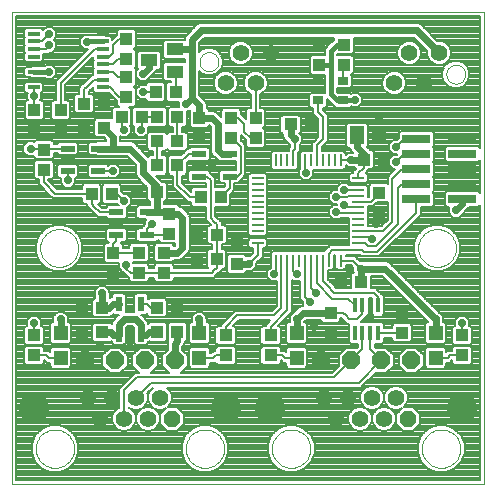
<source format=gtl>
G75*
G70*
%OFA0B0*%
%FSLAX24Y24*%
%IPPOS*%
%LPD*%
%AMOC8*
5,1,8,0,0,1.08239X$1,22.5*
%
%ADD10C,0.0000*%
%ADD11R,0.0165X0.0512*%
%ADD12R,0.0098X0.0394*%
%ADD13R,0.0394X0.0098*%
%ADD14R,0.0472X0.0472*%
%ADD15R,0.0433X0.0394*%
%ADD16R,0.0394X0.0433*%
%ADD17R,0.0217X0.0472*%
%ADD18R,0.0945X0.0299*%
%ADD19R,0.0512X0.0591*%
%ADD20OC8,0.0550*%
%ADD21C,0.0550*%
%ADD22C,0.1000*%
%ADD23OC8,0.0600*%
%ADD24R,0.0354X0.0256*%
%ADD25C,0.0560*%
%ADD26R,0.0472X0.0217*%
%ADD27R,0.0390X0.0120*%
%ADD28R,0.0551X0.0394*%
%ADD29C,0.0080*%
%ADD30OC8,0.0238*%
%ADD31C,0.0240*%
%ADD32C,0.0160*%
D10*
X001274Y001049D02*
X001274Y016797D01*
X017022Y016797D01*
X017022Y001049D01*
X001274Y001049D01*
X002071Y002230D02*
X002073Y002280D01*
X002079Y002330D01*
X002089Y002379D01*
X002102Y002428D01*
X002120Y002475D01*
X002141Y002521D01*
X002165Y002564D01*
X002193Y002606D01*
X002224Y002646D01*
X002258Y002683D01*
X002295Y002717D01*
X002335Y002748D01*
X002377Y002776D01*
X002420Y002800D01*
X002466Y002821D01*
X002513Y002839D01*
X002562Y002852D01*
X002611Y002862D01*
X002661Y002868D01*
X002711Y002870D01*
X002761Y002868D01*
X002811Y002862D01*
X002860Y002852D01*
X002909Y002839D01*
X002956Y002821D01*
X003002Y002800D01*
X003045Y002776D01*
X003087Y002748D01*
X003127Y002717D01*
X003164Y002683D01*
X003198Y002646D01*
X003229Y002606D01*
X003257Y002564D01*
X003281Y002521D01*
X003302Y002475D01*
X003320Y002428D01*
X003333Y002379D01*
X003343Y002330D01*
X003349Y002280D01*
X003351Y002230D01*
X003349Y002180D01*
X003343Y002130D01*
X003333Y002081D01*
X003320Y002032D01*
X003302Y001985D01*
X003281Y001939D01*
X003257Y001896D01*
X003229Y001854D01*
X003198Y001814D01*
X003164Y001777D01*
X003127Y001743D01*
X003087Y001712D01*
X003045Y001684D01*
X003002Y001660D01*
X002956Y001639D01*
X002909Y001621D01*
X002860Y001608D01*
X002811Y001598D01*
X002761Y001592D01*
X002711Y001590D01*
X002661Y001592D01*
X002611Y001598D01*
X002562Y001608D01*
X002513Y001621D01*
X002466Y001639D01*
X002420Y001660D01*
X002377Y001684D01*
X002335Y001712D01*
X002295Y001743D01*
X002258Y001777D01*
X002224Y001814D01*
X002193Y001854D01*
X002165Y001896D01*
X002141Y001939D01*
X002120Y001985D01*
X002102Y002032D01*
X002089Y002081D01*
X002079Y002130D01*
X002073Y002180D01*
X002071Y002230D01*
X007071Y002230D02*
X007073Y002280D01*
X007079Y002330D01*
X007089Y002379D01*
X007102Y002428D01*
X007120Y002475D01*
X007141Y002521D01*
X007165Y002564D01*
X007193Y002606D01*
X007224Y002646D01*
X007258Y002683D01*
X007295Y002717D01*
X007335Y002748D01*
X007377Y002776D01*
X007420Y002800D01*
X007466Y002821D01*
X007513Y002839D01*
X007562Y002852D01*
X007611Y002862D01*
X007661Y002868D01*
X007711Y002870D01*
X007761Y002868D01*
X007811Y002862D01*
X007860Y002852D01*
X007909Y002839D01*
X007956Y002821D01*
X008002Y002800D01*
X008045Y002776D01*
X008087Y002748D01*
X008127Y002717D01*
X008164Y002683D01*
X008198Y002646D01*
X008229Y002606D01*
X008257Y002564D01*
X008281Y002521D01*
X008302Y002475D01*
X008320Y002428D01*
X008333Y002379D01*
X008343Y002330D01*
X008349Y002280D01*
X008351Y002230D01*
X008349Y002180D01*
X008343Y002130D01*
X008333Y002081D01*
X008320Y002032D01*
X008302Y001985D01*
X008281Y001939D01*
X008257Y001896D01*
X008229Y001854D01*
X008198Y001814D01*
X008164Y001777D01*
X008127Y001743D01*
X008087Y001712D01*
X008045Y001684D01*
X008002Y001660D01*
X007956Y001639D01*
X007909Y001621D01*
X007860Y001608D01*
X007811Y001598D01*
X007761Y001592D01*
X007711Y001590D01*
X007661Y001592D01*
X007611Y001598D01*
X007562Y001608D01*
X007513Y001621D01*
X007466Y001639D01*
X007420Y001660D01*
X007377Y001684D01*
X007335Y001712D01*
X007295Y001743D01*
X007258Y001777D01*
X007224Y001814D01*
X007193Y001854D01*
X007165Y001896D01*
X007141Y001939D01*
X007120Y001985D01*
X007102Y002032D01*
X007089Y002081D01*
X007079Y002130D01*
X007073Y002180D01*
X007071Y002230D01*
X009945Y002230D02*
X009947Y002280D01*
X009953Y002330D01*
X009963Y002379D01*
X009976Y002428D01*
X009994Y002475D01*
X010015Y002521D01*
X010039Y002564D01*
X010067Y002606D01*
X010098Y002646D01*
X010132Y002683D01*
X010169Y002717D01*
X010209Y002748D01*
X010251Y002776D01*
X010294Y002800D01*
X010340Y002821D01*
X010387Y002839D01*
X010436Y002852D01*
X010485Y002862D01*
X010535Y002868D01*
X010585Y002870D01*
X010635Y002868D01*
X010685Y002862D01*
X010734Y002852D01*
X010783Y002839D01*
X010830Y002821D01*
X010876Y002800D01*
X010919Y002776D01*
X010961Y002748D01*
X011001Y002717D01*
X011038Y002683D01*
X011072Y002646D01*
X011103Y002606D01*
X011131Y002564D01*
X011155Y002521D01*
X011176Y002475D01*
X011194Y002428D01*
X011207Y002379D01*
X011217Y002330D01*
X011223Y002280D01*
X011225Y002230D01*
X011223Y002180D01*
X011217Y002130D01*
X011207Y002081D01*
X011194Y002032D01*
X011176Y001985D01*
X011155Y001939D01*
X011131Y001896D01*
X011103Y001854D01*
X011072Y001814D01*
X011038Y001777D01*
X011001Y001743D01*
X010961Y001712D01*
X010919Y001684D01*
X010876Y001660D01*
X010830Y001639D01*
X010783Y001621D01*
X010734Y001608D01*
X010685Y001598D01*
X010635Y001592D01*
X010585Y001590D01*
X010535Y001592D01*
X010485Y001598D01*
X010436Y001608D01*
X010387Y001621D01*
X010340Y001639D01*
X010294Y001660D01*
X010251Y001684D01*
X010209Y001712D01*
X010169Y001743D01*
X010132Y001777D01*
X010098Y001814D01*
X010067Y001854D01*
X010039Y001896D01*
X010015Y001939D01*
X009994Y001985D01*
X009976Y002032D01*
X009963Y002081D01*
X009953Y002130D01*
X009947Y002180D01*
X009945Y002230D01*
X014945Y002230D02*
X014947Y002280D01*
X014953Y002330D01*
X014963Y002379D01*
X014976Y002428D01*
X014994Y002475D01*
X015015Y002521D01*
X015039Y002564D01*
X015067Y002606D01*
X015098Y002646D01*
X015132Y002683D01*
X015169Y002717D01*
X015209Y002748D01*
X015251Y002776D01*
X015294Y002800D01*
X015340Y002821D01*
X015387Y002839D01*
X015436Y002852D01*
X015485Y002862D01*
X015535Y002868D01*
X015585Y002870D01*
X015635Y002868D01*
X015685Y002862D01*
X015734Y002852D01*
X015783Y002839D01*
X015830Y002821D01*
X015876Y002800D01*
X015919Y002776D01*
X015961Y002748D01*
X016001Y002717D01*
X016038Y002683D01*
X016072Y002646D01*
X016103Y002606D01*
X016131Y002564D01*
X016155Y002521D01*
X016176Y002475D01*
X016194Y002428D01*
X016207Y002379D01*
X016217Y002330D01*
X016223Y002280D01*
X016225Y002230D01*
X016223Y002180D01*
X016217Y002130D01*
X016207Y002081D01*
X016194Y002032D01*
X016176Y001985D01*
X016155Y001939D01*
X016131Y001896D01*
X016103Y001854D01*
X016072Y001814D01*
X016038Y001777D01*
X016001Y001743D01*
X015961Y001712D01*
X015919Y001684D01*
X015876Y001660D01*
X015830Y001639D01*
X015783Y001621D01*
X015734Y001608D01*
X015685Y001598D01*
X015635Y001592D01*
X015585Y001590D01*
X015535Y001592D01*
X015485Y001598D01*
X015436Y001608D01*
X015387Y001621D01*
X015340Y001639D01*
X015294Y001660D01*
X015251Y001684D01*
X015209Y001712D01*
X015169Y001743D01*
X015132Y001777D01*
X015098Y001814D01*
X015067Y001854D01*
X015039Y001896D01*
X015015Y001939D01*
X014994Y001985D01*
X014976Y002032D01*
X014963Y002081D01*
X014953Y002130D01*
X014947Y002180D01*
X014945Y002230D01*
X014817Y008923D02*
X014819Y008973D01*
X014825Y009023D01*
X014835Y009072D01*
X014849Y009120D01*
X014866Y009167D01*
X014887Y009212D01*
X014912Y009256D01*
X014940Y009297D01*
X014972Y009336D01*
X015006Y009373D01*
X015043Y009407D01*
X015083Y009437D01*
X015125Y009464D01*
X015169Y009488D01*
X015215Y009509D01*
X015262Y009525D01*
X015310Y009538D01*
X015360Y009547D01*
X015409Y009552D01*
X015460Y009553D01*
X015510Y009550D01*
X015559Y009543D01*
X015608Y009532D01*
X015656Y009517D01*
X015702Y009499D01*
X015747Y009477D01*
X015790Y009451D01*
X015831Y009422D01*
X015870Y009390D01*
X015906Y009355D01*
X015938Y009317D01*
X015968Y009277D01*
X015995Y009234D01*
X016018Y009190D01*
X016037Y009144D01*
X016053Y009096D01*
X016065Y009047D01*
X016073Y008998D01*
X016077Y008948D01*
X016077Y008898D01*
X016073Y008848D01*
X016065Y008799D01*
X016053Y008750D01*
X016037Y008702D01*
X016018Y008656D01*
X015995Y008612D01*
X015968Y008569D01*
X015938Y008529D01*
X015906Y008491D01*
X015870Y008456D01*
X015831Y008424D01*
X015790Y008395D01*
X015747Y008369D01*
X015702Y008347D01*
X015656Y008329D01*
X015608Y008314D01*
X015559Y008303D01*
X015510Y008296D01*
X015460Y008293D01*
X015409Y008294D01*
X015360Y008299D01*
X015310Y008308D01*
X015262Y008321D01*
X015215Y008337D01*
X015169Y008358D01*
X015125Y008382D01*
X015083Y008409D01*
X015043Y008439D01*
X015006Y008473D01*
X014972Y008510D01*
X014940Y008549D01*
X014912Y008590D01*
X014887Y008634D01*
X014866Y008679D01*
X014849Y008726D01*
X014835Y008774D01*
X014825Y008823D01*
X014819Y008873D01*
X014817Y008923D01*
X015760Y014715D02*
X015762Y014750D01*
X015768Y014785D01*
X015778Y014819D01*
X015791Y014852D01*
X015808Y014883D01*
X015829Y014911D01*
X015852Y014938D01*
X015879Y014961D01*
X015907Y014982D01*
X015938Y014999D01*
X015971Y015012D01*
X016005Y015022D01*
X016040Y015028D01*
X016075Y015030D01*
X016110Y015028D01*
X016145Y015022D01*
X016179Y015012D01*
X016212Y014999D01*
X016243Y014982D01*
X016271Y014961D01*
X016298Y014938D01*
X016321Y014911D01*
X016342Y014883D01*
X016359Y014852D01*
X016372Y014819D01*
X016382Y014785D01*
X016388Y014750D01*
X016390Y014715D01*
X016388Y014680D01*
X016382Y014645D01*
X016372Y014611D01*
X016359Y014578D01*
X016342Y014547D01*
X016321Y014519D01*
X016298Y014492D01*
X016271Y014469D01*
X016243Y014448D01*
X016212Y014431D01*
X016179Y014418D01*
X016145Y014408D01*
X016110Y014402D01*
X016075Y014400D01*
X016040Y014402D01*
X016005Y014408D01*
X015971Y014418D01*
X015938Y014431D01*
X015907Y014448D01*
X015879Y014469D01*
X015852Y014492D01*
X015829Y014519D01*
X015808Y014547D01*
X015791Y014578D01*
X015778Y014611D01*
X015768Y014645D01*
X015762Y014680D01*
X015760Y014715D01*
X007532Y015133D02*
X007534Y015168D01*
X007540Y015203D01*
X007550Y015237D01*
X007563Y015270D01*
X007580Y015301D01*
X007601Y015329D01*
X007624Y015356D01*
X007651Y015379D01*
X007679Y015400D01*
X007710Y015417D01*
X007743Y015430D01*
X007777Y015440D01*
X007812Y015446D01*
X007847Y015448D01*
X007882Y015446D01*
X007917Y015440D01*
X007951Y015430D01*
X007984Y015417D01*
X008015Y015400D01*
X008043Y015379D01*
X008070Y015356D01*
X008093Y015329D01*
X008114Y015301D01*
X008131Y015270D01*
X008144Y015237D01*
X008154Y015203D01*
X008160Y015168D01*
X008162Y015133D01*
X008160Y015098D01*
X008154Y015063D01*
X008144Y015029D01*
X008131Y014996D01*
X008114Y014965D01*
X008093Y014937D01*
X008070Y014910D01*
X008043Y014887D01*
X008015Y014866D01*
X007984Y014849D01*
X007951Y014836D01*
X007917Y014826D01*
X007882Y014820D01*
X007847Y014818D01*
X007812Y014820D01*
X007777Y014826D01*
X007743Y014836D01*
X007710Y014849D01*
X007679Y014866D01*
X007651Y014887D01*
X007624Y014910D01*
X007601Y014937D01*
X007580Y014965D01*
X007563Y014996D01*
X007550Y015029D01*
X007540Y015063D01*
X007534Y015098D01*
X007532Y015133D01*
X002219Y008923D02*
X002221Y008973D01*
X002227Y009023D01*
X002237Y009072D01*
X002251Y009120D01*
X002268Y009167D01*
X002289Y009212D01*
X002314Y009256D01*
X002342Y009297D01*
X002374Y009336D01*
X002408Y009373D01*
X002445Y009407D01*
X002485Y009437D01*
X002527Y009464D01*
X002571Y009488D01*
X002617Y009509D01*
X002664Y009525D01*
X002712Y009538D01*
X002762Y009547D01*
X002811Y009552D01*
X002862Y009553D01*
X002912Y009550D01*
X002961Y009543D01*
X003010Y009532D01*
X003058Y009517D01*
X003104Y009499D01*
X003149Y009477D01*
X003192Y009451D01*
X003233Y009422D01*
X003272Y009390D01*
X003308Y009355D01*
X003340Y009317D01*
X003370Y009277D01*
X003397Y009234D01*
X003420Y009190D01*
X003439Y009144D01*
X003455Y009096D01*
X003467Y009047D01*
X003475Y008998D01*
X003479Y008948D01*
X003479Y008898D01*
X003475Y008848D01*
X003467Y008799D01*
X003455Y008750D01*
X003439Y008702D01*
X003420Y008656D01*
X003397Y008612D01*
X003370Y008569D01*
X003340Y008529D01*
X003308Y008491D01*
X003272Y008456D01*
X003233Y008424D01*
X003192Y008395D01*
X003149Y008369D01*
X003104Y008347D01*
X003058Y008329D01*
X003010Y008314D01*
X002961Y008303D01*
X002912Y008296D01*
X002862Y008293D01*
X002811Y008294D01*
X002762Y008299D01*
X002712Y008308D01*
X002664Y008321D01*
X002617Y008337D01*
X002571Y008358D01*
X002527Y008382D01*
X002485Y008409D01*
X002445Y008439D01*
X002408Y008473D01*
X002374Y008510D01*
X002342Y008549D01*
X002314Y008590D01*
X002289Y008634D01*
X002268Y008679D01*
X002251Y008726D01*
X002237Y008774D01*
X002227Y008823D01*
X002221Y008873D01*
X002219Y008923D01*
D11*
X012705Y007011D03*
X012961Y007011D03*
X013217Y007011D03*
X013473Y007011D03*
X013473Y006086D03*
X013217Y006086D03*
X012961Y006086D03*
X012705Y006086D03*
D12*
X012232Y008501D03*
X012035Y008501D03*
X011838Y008501D03*
X011641Y008501D03*
X011444Y008501D03*
X011247Y008501D03*
X011050Y008501D03*
X010854Y008501D03*
X010657Y008501D03*
X010460Y008501D03*
X010263Y008501D03*
X010066Y008501D03*
X010066Y011847D03*
X010263Y011847D03*
X010460Y011847D03*
X010657Y011847D03*
X010854Y011847D03*
X011050Y011847D03*
X011247Y011847D03*
X011444Y011847D03*
X011641Y011847D03*
X011838Y011847D03*
X012035Y011847D03*
X012232Y011847D03*
D13*
X012822Y011257D03*
X012822Y011060D03*
X012822Y010863D03*
X012822Y010666D03*
X012822Y010469D03*
X012822Y010272D03*
X012822Y010075D03*
X012822Y009879D03*
X012822Y009682D03*
X012822Y009485D03*
X012822Y009288D03*
X012822Y009091D03*
X009476Y009091D03*
X009476Y009288D03*
X009476Y009485D03*
X009476Y009682D03*
X009476Y009879D03*
X009476Y010075D03*
X009476Y010272D03*
X009476Y010469D03*
X009476Y010666D03*
X009476Y010863D03*
X009476Y011060D03*
X009476Y011257D03*
D14*
X010774Y006087D03*
X010774Y005261D03*
X007524Y005261D03*
X007524Y006087D03*
X002899Y006087D03*
X002899Y005261D03*
X015399Y005261D03*
X015399Y006087D03*
D15*
X016274Y006009D03*
X016274Y005339D03*
X014274Y006089D03*
X014274Y006759D03*
X012921Y007799D03*
X012252Y007799D03*
X013524Y010089D03*
X013524Y010759D03*
X013671Y011861D03*
X013002Y011861D03*
X011233Y013049D03*
X010564Y013049D03*
X008586Y013259D03*
X008586Y012589D03*
X006796Y012486D03*
X006127Y012486D03*
X006108Y010799D03*
X005439Y010799D03*
X006524Y010071D03*
X006524Y009402D03*
X006336Y008759D03*
X006336Y008089D03*
X005524Y008089D03*
X005524Y008759D03*
X006127Y006924D03*
X006796Y006924D03*
X008399Y006009D03*
X008399Y005339D03*
X009899Y005339D03*
X009899Y006009D03*
X008108Y009361D03*
X007439Y009361D03*
X004296Y006924D03*
X003627Y006924D03*
X003627Y006111D03*
X004296Y006111D03*
X002024Y006009D03*
X002024Y005339D03*
X002336Y011527D03*
X002336Y012196D03*
X003689Y012924D03*
X004358Y012924D03*
X004358Y013736D03*
X003689Y013736D03*
X012336Y015027D03*
X012336Y015696D03*
D16*
X011524Y015696D03*
X011524Y015027D03*
X009399Y013259D03*
X009399Y012589D03*
X007524Y012589D03*
X007524Y013259D03*
X006796Y013299D03*
X006127Y013299D03*
X005608Y013299D03*
X004939Y013299D03*
X005086Y013964D03*
X005086Y014634D03*
X005086Y015214D03*
X005086Y015884D03*
X006064Y014111D03*
X006733Y014111D03*
X006796Y011674D03*
X006127Y011674D03*
X007564Y010611D03*
X008233Y010611D03*
X008774Y009071D03*
X008774Y008402D03*
X008108Y008549D03*
X007439Y008549D03*
X006796Y006111D03*
X006127Y006111D03*
X004649Y008089D03*
X004649Y008759D03*
X004608Y010736D03*
X003939Y010736D03*
X002899Y012839D03*
X002899Y013509D03*
X002024Y013509D03*
X002024Y012839D03*
X011899Y006759D03*
X011899Y006089D03*
D17*
X005585Y006037D03*
X005211Y006037D03*
X004837Y006037D03*
X004837Y007061D03*
X005585Y007061D03*
D18*
X014756Y010549D03*
X014756Y011049D03*
X014756Y011549D03*
X014756Y012049D03*
X014756Y012549D03*
X016292Y012549D03*
X016292Y012049D03*
X016292Y011549D03*
X016292Y011049D03*
X016292Y010549D03*
D19*
X013523Y012674D03*
X012775Y012674D03*
D20*
X014485Y003230D03*
X006611Y003230D03*
D21*
X005811Y003230D03*
X005011Y003230D03*
X004211Y003230D03*
X004611Y003930D03*
X005411Y003930D03*
X006211Y003930D03*
X003811Y003930D03*
X011685Y003930D03*
X012485Y003930D03*
X013285Y003930D03*
X014085Y003930D03*
X013685Y003230D03*
X012885Y003230D03*
X012085Y003230D03*
D22*
X009895Y003580D03*
X008401Y003580D03*
X002021Y003580D03*
X016275Y003580D03*
D23*
X014586Y005174D03*
X013586Y005174D03*
X012586Y005174D03*
X011586Y005174D03*
X006711Y005174D03*
X005711Y005174D03*
X004711Y005174D03*
X003711Y005174D03*
D24*
X011485Y013849D03*
X011485Y014499D03*
X012312Y014499D03*
X012312Y013849D03*
D25*
X014024Y014424D03*
X015024Y014424D03*
X015524Y015424D03*
X014524Y015424D03*
X009898Y015424D03*
X008898Y015424D03*
X009398Y014424D03*
X008398Y014424D03*
D26*
X008536Y012048D03*
X008536Y011300D03*
X007512Y011300D03*
X007512Y011674D03*
X007512Y012048D03*
X005786Y010110D03*
X005786Y009362D03*
X004762Y009362D03*
X004762Y009736D03*
X004762Y010110D03*
X004161Y011487D03*
X004161Y012235D03*
X003137Y012235D03*
X003137Y011861D03*
X003137Y011487D03*
D27*
X002000Y014278D03*
X002000Y014534D03*
X002000Y014790D03*
X002000Y015046D03*
X002000Y015302D03*
X002000Y015558D03*
X002000Y015814D03*
X002000Y016070D03*
X004298Y016070D03*
X004298Y015814D03*
X004298Y015558D03*
X004298Y015302D03*
X004298Y015046D03*
X004298Y014790D03*
X004298Y014534D03*
X004298Y014278D03*
D28*
X005841Y015174D03*
X006707Y015548D03*
X006707Y014800D03*
D29*
X006733Y014773D01*
X006733Y014111D01*
X006417Y014144D02*
X006381Y014144D01*
X006381Y014222D02*
X006417Y014222D01*
X006417Y014301D02*
X006381Y014301D01*
X006381Y014378D02*
X006311Y014448D01*
X005818Y014448D01*
X005747Y014378D01*
X005747Y014350D01*
X005550Y014350D01*
X005410Y014210D01*
X005410Y014012D01*
X005550Y013872D01*
X005747Y013872D01*
X005747Y013845D01*
X005818Y013775D01*
X006311Y013775D01*
X006381Y013845D01*
X006381Y014378D01*
X006379Y014379D02*
X006418Y014379D01*
X006417Y014378D02*
X006417Y013845D01*
X006487Y013775D01*
X006846Y013775D01*
X006846Y013689D01*
X006847Y013686D01*
X006847Y013637D01*
X006849Y013635D01*
X006549Y013635D01*
X006479Y013565D01*
X006479Y013033D01*
X006549Y012962D01*
X006636Y012962D01*
X006636Y012803D01*
X006530Y012803D01*
X006461Y012735D01*
X006393Y012803D01*
X005860Y012803D01*
X005825Y012768D01*
X005825Y012960D01*
X005823Y012962D01*
X005855Y012962D01*
X005868Y012975D01*
X005880Y012962D01*
X006373Y012962D01*
X006444Y013033D01*
X006444Y013565D01*
X006373Y013635D01*
X005880Y013635D01*
X005868Y013623D01*
X005855Y013635D01*
X005362Y013635D01*
X005292Y013565D01*
X005292Y013033D01*
X005356Y012969D01*
X005347Y012960D01*
X005347Y012762D01*
X005487Y012622D01*
X005685Y012622D01*
X005790Y012727D01*
X005790Y012240D01*
X005860Y012170D01*
X005967Y012170D01*
X005967Y012010D01*
X005880Y012010D01*
X005828Y011959D01*
X005785Y012002D01*
X005347Y012440D01*
X005259Y012476D01*
X004889Y012476D01*
X004889Y012658D01*
X004925Y012622D01*
X005123Y012622D01*
X005263Y012762D01*
X005263Y012960D01*
X005223Y013000D01*
X005256Y013033D01*
X005256Y013565D01*
X005193Y013628D01*
X005333Y013628D01*
X005403Y013698D01*
X005403Y014230D01*
X005335Y014299D01*
X005403Y014367D01*
X005403Y014900D01*
X005379Y014924D01*
X005403Y014948D01*
X005403Y015480D01*
X005335Y015549D01*
X005403Y015617D01*
X005403Y016150D01*
X005333Y016220D01*
X004840Y016220D01*
X004769Y016150D01*
X004769Y016021D01*
X004613Y015864D01*
X004613Y015923D01*
X004542Y015994D01*
X004400Y015994D01*
X004380Y016014D01*
X003897Y016014D01*
X003873Y016038D01*
X003675Y016038D01*
X003535Y015898D01*
X003535Y015700D01*
X003675Y015560D01*
X003809Y015560D01*
X002833Y014584D01*
X002739Y014490D01*
X002739Y013845D01*
X002652Y013845D01*
X002582Y013775D01*
X002582Y013242D01*
X002652Y013172D01*
X003145Y013172D01*
X003216Y013242D01*
X003216Y013775D01*
X003145Y013845D01*
X003059Y013845D01*
X003059Y014358D01*
X003983Y015281D01*
X003983Y015192D01*
X004001Y015174D01*
X003983Y015156D01*
X003983Y014936D01*
X004001Y014918D01*
X003983Y014900D01*
X003983Y014694D01*
X003943Y014694D01*
X003708Y014459D01*
X003529Y014281D01*
X003529Y014053D01*
X003423Y014053D01*
X003353Y013983D01*
X003353Y013490D01*
X003423Y013420D01*
X003955Y013420D01*
X004026Y013490D01*
X004026Y013983D01*
X003955Y014053D01*
X003849Y014053D01*
X003849Y014148D01*
X003934Y014233D01*
X003983Y014281D01*
X003983Y014169D01*
X004053Y014098D01*
X004498Y014098D01*
X004769Y013827D01*
X004769Y013698D01*
X004832Y013635D01*
X004693Y013635D01*
X004622Y013565D01*
X004622Y013241D01*
X004092Y013241D01*
X004022Y013170D01*
X004022Y012677D01*
X004092Y012607D01*
X004336Y012607D01*
X004409Y012534D01*
X004409Y012475D01*
X004113Y012475D01*
X004085Y012464D01*
X003875Y012464D01*
X003804Y012393D01*
X003804Y012077D01*
X003875Y012007D01*
X004085Y012007D01*
X004113Y011995D01*
X004696Y011995D01*
X004698Y011996D01*
X005112Y011996D01*
X005409Y011699D01*
X005409Y011376D01*
X005445Y011288D01*
X005695Y011038D01*
X005772Y010961D01*
X005772Y010552D01*
X005842Y010482D01*
X005868Y010482D01*
X005868Y010350D01*
X005738Y010350D01*
X005710Y010339D01*
X005500Y010339D01*
X005429Y010268D01*
X005429Y009952D01*
X005500Y009882D01*
X005710Y009882D01*
X005738Y009870D01*
X005757Y009870D01*
X005722Y009835D01*
X005722Y009724D01*
X005719Y009721D01*
X005626Y009627D01*
X005626Y009591D01*
X003248Y009591D01*
X003285Y009576D02*
X003002Y009693D01*
X002696Y009693D01*
X002413Y009576D01*
X002196Y009359D01*
X002079Y009076D01*
X002079Y008770D01*
X002196Y008487D01*
X002413Y008270D01*
X002696Y008153D01*
X003002Y008153D01*
X003285Y008270D01*
X003501Y008487D01*
X003619Y008770D01*
X003619Y009076D01*
X003501Y009359D01*
X003285Y009576D01*
X003348Y009512D02*
X004406Y009512D01*
X004406Y009520D02*
X004406Y009204D01*
X004476Y009134D01*
X004508Y009134D01*
X004489Y009115D01*
X004489Y009095D01*
X004402Y009095D01*
X004332Y009025D01*
X004332Y008492D01*
X004402Y008422D01*
X004847Y008422D01*
X004847Y008262D01*
X004926Y008183D01*
X004926Y008170D01*
X005020Y008076D01*
X005167Y007929D01*
X005187Y007929D01*
X005187Y007843D01*
X005258Y007772D01*
X005790Y007772D01*
X005860Y007843D01*
X005860Y007929D01*
X006000Y007929D01*
X006000Y007843D01*
X006070Y007772D01*
X006603Y007772D01*
X006673Y007843D01*
X006673Y007929D01*
X008005Y007929D01*
X008090Y008014D01*
X008268Y008192D01*
X008268Y008212D01*
X008355Y008212D01*
X008425Y008283D01*
X008425Y008815D01*
X008355Y008885D01*
X008268Y008885D01*
X008268Y009045D01*
X008375Y009045D01*
X008445Y009115D01*
X008445Y009608D01*
X008375Y009678D01*
X008268Y009678D01*
X008268Y009781D01*
X008090Y009959D01*
X008059Y009990D01*
X008059Y010275D01*
X008480Y010275D01*
X008550Y010345D01*
X008550Y010702D01*
X008696Y010847D01*
X008696Y011072D01*
X008822Y011072D01*
X008892Y011142D01*
X008892Y011191D01*
X008934Y011233D01*
X009059Y011358D01*
X009059Y012365D01*
X008965Y012459D01*
X008923Y012501D01*
X008923Y012674D01*
X008958Y012639D01*
X009082Y012514D01*
X009082Y012323D01*
X009152Y012253D01*
X009645Y012253D01*
X009716Y012323D01*
X009716Y012855D01*
X009647Y012924D01*
X009716Y012992D01*
X009716Y013525D01*
X009645Y013595D01*
X009559Y013595D01*
X009559Y014058D01*
X009624Y014085D01*
X009737Y014197D01*
X009798Y014344D01*
X009798Y014503D01*
X009737Y014650D01*
X009624Y014763D01*
X009477Y014824D01*
X009318Y014824D01*
X009171Y014763D01*
X009059Y014650D01*
X008998Y014503D01*
X008998Y014344D01*
X009059Y014197D01*
X009171Y014085D01*
X009239Y014057D01*
X009239Y013595D01*
X009152Y013595D01*
X009082Y013525D01*
X009082Y013217D01*
X008923Y013376D01*
X008923Y013505D01*
X008853Y013575D01*
X008320Y013575D01*
X008250Y013505D01*
X008250Y013287D01*
X008075Y013462D01*
X007987Y013499D01*
X007841Y013499D01*
X007841Y013525D01*
X007770Y013595D01*
X007764Y013595D01*
X007764Y013722D01*
X007727Y013810D01*
X007514Y014023D01*
X007514Y014822D01*
X007589Y014747D01*
X007756Y014678D01*
X007937Y014678D01*
X008104Y014747D01*
X008232Y014875D01*
X008302Y015042D01*
X008302Y015223D01*
X008232Y015390D01*
X008104Y015518D01*
X007937Y015588D01*
X007756Y015588D01*
X007589Y015518D01*
X007514Y015443D01*
X007514Y015765D01*
X007682Y015934D01*
X012000Y015934D01*
X012000Y015870D01*
X011816Y015686D01*
X011699Y015569D01*
X011699Y015363D01*
X011277Y015363D01*
X011207Y015293D01*
X011207Y014761D01*
X011277Y014690D01*
X011699Y014690D01*
X011699Y014097D01*
X011259Y014097D01*
X011188Y014027D01*
X011188Y013671D01*
X011259Y013601D01*
X011325Y013601D01*
X011325Y013396D01*
X011419Y013302D01*
X011489Y013233D01*
X011489Y012615D01*
X011364Y012490D01*
X011284Y012410D01*
X011284Y012164D01*
X010952Y012164D01*
X010881Y012094D01*
X010881Y011601D01*
X010890Y011591D01*
X010890Y011566D01*
X010847Y011523D01*
X010847Y011325D01*
X010987Y011185D01*
X011185Y011185D01*
X011325Y011325D01*
X011325Y011523D01*
X011318Y011530D01*
X012330Y011530D01*
X012401Y011601D01*
X012401Y011687D01*
X012421Y011687D01*
X012450Y011658D01*
X012453Y011657D01*
X012487Y011622D01*
X012536Y011622D01*
X012539Y011621D01*
X012665Y011621D01*
X012665Y011615D01*
X012733Y011547D01*
X012662Y011476D01*
X012662Y011426D01*
X012576Y011426D01*
X012505Y011355D01*
X012505Y011158D01*
X012576Y011087D01*
X013069Y011087D01*
X013139Y011158D01*
X013139Y011355D01*
X013069Y011426D01*
X013065Y011426D01*
X013162Y011523D01*
X013162Y011545D01*
X013268Y011545D01*
X013338Y011615D01*
X013338Y012108D01*
X013268Y012178D01*
X013217Y012178D01*
X013205Y012207D01*
X013117Y012295D01*
X013151Y012329D01*
X013151Y013019D01*
X013080Y013089D01*
X012469Y013089D01*
X012399Y013019D01*
X012399Y012329D01*
X012469Y012259D01*
X012535Y012259D01*
X012535Y012250D01*
X012571Y012162D01*
X012632Y012101D01*
X012539Y012101D01*
X012536Y012100D01*
X012487Y012100D01*
X012453Y012066D01*
X012450Y012065D01*
X012401Y012015D01*
X012401Y012094D01*
X012330Y012164D01*
X011604Y012164D01*
X011604Y012278D01*
X011715Y012389D01*
X011809Y012483D01*
X011809Y013365D01*
X011645Y013529D01*
X011645Y013601D01*
X011712Y013601D01*
X011783Y013671D01*
X011783Y013882D01*
X011816Y013849D01*
X012016Y013649D01*
X012037Y013649D01*
X012085Y013601D01*
X012539Y013601D01*
X012586Y013648D01*
X012612Y013622D01*
X012810Y013622D01*
X012950Y013762D01*
X012950Y013960D01*
X012810Y014100D01*
X012612Y014100D01*
X012574Y014062D01*
X012539Y014097D01*
X012134Y014097D01*
X012099Y014132D01*
X012099Y014251D01*
X012539Y014251D01*
X012609Y014321D01*
X012609Y014676D01*
X012576Y014710D01*
X012603Y014710D01*
X012673Y014780D01*
X012673Y015273D01*
X012603Y015344D01*
X012099Y015344D01*
X012099Y015379D01*
X012603Y015379D01*
X012673Y015449D01*
X012673Y015934D01*
X014674Y015934D01*
X015124Y015484D01*
X015124Y015344D01*
X015185Y015197D01*
X015297Y015085D01*
X015444Y015024D01*
X015603Y015024D01*
X015750Y015085D01*
X015863Y015197D01*
X015924Y015344D01*
X015924Y015503D01*
X015863Y015650D01*
X015750Y015763D01*
X015603Y015824D01*
X015463Y015824D01*
X014910Y016377D01*
X014822Y016414D01*
X007535Y016414D01*
X007447Y016377D01*
X007138Y016068D01*
X007070Y016001D01*
X007034Y015913D01*
X007034Y015863D01*
X007032Y015865D01*
X006382Y015865D01*
X006311Y015794D01*
X006311Y015301D01*
X006382Y015231D01*
X007032Y015231D01*
X007034Y015233D01*
X007034Y015115D01*
X007032Y015117D01*
X006382Y015117D01*
X006311Y015046D01*
X006311Y014553D01*
X006382Y014483D01*
X006573Y014483D01*
X006573Y014448D01*
X006487Y014448D01*
X006417Y014378D01*
X006573Y014458D02*
X005403Y014458D01*
X005403Y014536D02*
X005509Y014536D01*
X005513Y014533D02*
X005515Y014532D01*
X005550Y014497D01*
X005599Y014497D01*
X005601Y014496D01*
X005697Y014496D01*
X005699Y014497D01*
X005748Y014497D01*
X005783Y014532D01*
X005785Y014533D01*
X006044Y014792D01*
X006071Y014857D01*
X006166Y014857D01*
X006236Y014927D01*
X006236Y015420D01*
X006166Y015491D01*
X005515Y015491D01*
X005445Y015420D01*
X005445Y014927D01*
X005473Y014900D01*
X005445Y014872D01*
X005444Y014870D01*
X005410Y014835D01*
X005410Y014786D01*
X005409Y014784D01*
X005409Y014689D01*
X005410Y014686D01*
X005410Y014637D01*
X005444Y014603D01*
X005445Y014600D01*
X005513Y014533D01*
X005432Y014615D02*
X005403Y014615D01*
X005403Y014693D02*
X005409Y014693D01*
X005403Y014772D02*
X005409Y014772D01*
X005403Y014850D02*
X005425Y014850D01*
X005445Y014929D02*
X005384Y014929D01*
X005403Y015007D02*
X005445Y015007D01*
X005445Y015086D02*
X005403Y015086D01*
X005403Y015164D02*
X005445Y015164D01*
X005445Y015243D02*
X005403Y015243D01*
X005403Y015321D02*
X005445Y015321D01*
X005445Y015400D02*
X005403Y015400D01*
X005403Y015478D02*
X005503Y015478D01*
X005343Y015557D02*
X006311Y015557D01*
X006311Y015635D02*
X005403Y015635D01*
X005403Y015714D02*
X006311Y015714D01*
X006311Y015792D02*
X005403Y015792D01*
X005403Y015871D02*
X007034Y015871D01*
X007049Y015949D02*
X005403Y015949D01*
X005403Y016028D02*
X007098Y016028D01*
X007176Y016106D02*
X005403Y016106D01*
X005368Y016185D02*
X007255Y016185D01*
X007333Y016263D02*
X002647Y016263D01*
X002623Y016288D02*
X002425Y016288D01*
X002315Y016178D01*
X002315Y016179D01*
X002245Y016250D01*
X001755Y016250D01*
X001685Y016179D01*
X001685Y015960D01*
X001703Y015942D01*
X001685Y015923D01*
X001685Y015704D01*
X001703Y015686D01*
X001685Y015667D01*
X001685Y015448D01*
X001703Y015430D01*
X001685Y015412D01*
X001685Y015192D01*
X001755Y015122D01*
X002245Y015122D01*
X002315Y015192D01*
X002315Y015398D01*
X002474Y015398D01*
X002511Y015435D01*
X002623Y015435D01*
X002763Y015575D01*
X002763Y015773D01*
X002674Y015861D01*
X002763Y015950D01*
X002763Y016148D01*
X002623Y016288D01*
X002726Y016185D02*
X004805Y016185D01*
X004769Y016106D02*
X002763Y016106D01*
X002763Y016028D02*
X003665Y016028D01*
X003586Y015949D02*
X002762Y015949D01*
X002684Y015871D02*
X003535Y015871D01*
X003535Y015792D02*
X002743Y015792D01*
X002763Y015714D02*
X003535Y015714D01*
X003599Y015635D02*
X002763Y015635D01*
X002745Y015557D02*
X003806Y015557D01*
X003727Y015478D02*
X002666Y015478D01*
X002476Y015400D02*
X003649Y015400D01*
X003570Y015321D02*
X002315Y015321D01*
X002315Y015243D02*
X003492Y015243D01*
X003413Y015164D02*
X002287Y015164D01*
X002425Y015038D02*
X002377Y014990D01*
X001917Y014990D01*
X001897Y014970D01*
X001755Y014970D01*
X001685Y014900D01*
X001685Y014680D01*
X001755Y014610D01*
X001897Y014610D01*
X001917Y014590D01*
X002395Y014590D01*
X002425Y014560D01*
X002623Y014560D01*
X002763Y014700D01*
X002763Y014898D01*
X002623Y015038D01*
X002425Y015038D01*
X002394Y015007D02*
X001414Y015007D01*
X001414Y014929D02*
X001714Y014929D01*
X001685Y014850D02*
X001414Y014850D01*
X001414Y014772D02*
X001685Y014772D01*
X001685Y014693D02*
X001414Y014693D01*
X001414Y014615D02*
X001750Y014615D01*
X001755Y014458D02*
X001685Y014388D01*
X001685Y014169D01*
X001755Y014098D01*
X001798Y014098D01*
X001785Y014085D01*
X001785Y013887D01*
X001827Y013845D01*
X001777Y013845D01*
X001707Y013775D01*
X001707Y013242D01*
X001777Y013172D01*
X002270Y013172D01*
X002341Y013242D01*
X002341Y013775D01*
X002270Y013845D01*
X002221Y013845D01*
X002263Y013887D01*
X002263Y014085D01*
X002247Y014101D01*
X002315Y014169D01*
X002315Y014388D01*
X002245Y014458D01*
X002739Y014458D01*
X002739Y014379D02*
X002315Y014379D01*
X002315Y014301D02*
X002739Y014301D01*
X002739Y014222D02*
X002315Y014222D01*
X002291Y014144D02*
X002739Y014144D01*
X002739Y014065D02*
X002263Y014065D01*
X002263Y013987D02*
X002739Y013987D01*
X002739Y013908D02*
X002263Y013908D01*
X002286Y013830D02*
X002637Y013830D01*
X002582Y013751D02*
X002341Y013751D01*
X002341Y013673D02*
X002582Y013673D01*
X002582Y013594D02*
X002341Y013594D01*
X002341Y013516D02*
X002582Y013516D01*
X002582Y013437D02*
X002341Y013437D01*
X002341Y013359D02*
X002582Y013359D01*
X002582Y013280D02*
X002341Y013280D01*
X002300Y013202D02*
X002622Y013202D01*
X002899Y013509D02*
X002899Y014424D01*
X004033Y015558D01*
X004298Y015558D01*
X004298Y015302D02*
X004521Y015302D01*
X004524Y015299D01*
X004649Y015424D01*
X004649Y015674D01*
X004858Y015884D01*
X005086Y015884D01*
X004769Y016028D02*
X003883Y016028D01*
X004587Y015949D02*
X004698Y015949D01*
X004620Y015871D02*
X004613Y015871D01*
X004814Y015214D02*
X005086Y015214D01*
X004814Y015214D02*
X004646Y015046D01*
X004298Y015046D01*
X003983Y015007D02*
X003709Y015007D01*
X003630Y014929D02*
X003990Y014929D01*
X003983Y014850D02*
X003552Y014850D01*
X003473Y014772D02*
X003983Y014772D01*
X003942Y014693D02*
X003395Y014693D01*
X003316Y014615D02*
X003864Y014615D01*
X003785Y014536D02*
X003238Y014536D01*
X003159Y014458D02*
X003707Y014458D01*
X003628Y014379D02*
X003081Y014379D01*
X003059Y014301D02*
X003550Y014301D01*
X003529Y014222D02*
X003059Y014222D01*
X003059Y014144D02*
X003529Y014144D01*
X003529Y014065D02*
X003059Y014065D01*
X003059Y013987D02*
X003357Y013987D01*
X003353Y013908D02*
X003059Y013908D01*
X003161Y013830D02*
X003353Y013830D01*
X003353Y013751D02*
X003216Y013751D01*
X003216Y013673D02*
X003353Y013673D01*
X003353Y013594D02*
X003216Y013594D01*
X003216Y013516D02*
X003353Y013516D01*
X003405Y013437D02*
X003216Y013437D01*
X003216Y013359D02*
X004622Y013359D01*
X004622Y013437D02*
X003973Y013437D01*
X004026Y013516D02*
X004622Y013516D01*
X004652Y013594D02*
X004026Y013594D01*
X004026Y013673D02*
X004795Y013673D01*
X004769Y013751D02*
X004026Y013751D01*
X004026Y013830D02*
X004767Y013830D01*
X004688Y013908D02*
X004026Y013908D01*
X004022Y013987D02*
X004610Y013987D01*
X004531Y014065D02*
X003849Y014065D01*
X003849Y014144D02*
X004007Y014144D01*
X003983Y014222D02*
X003924Y014222D01*
X003774Y014299D02*
X003689Y014214D01*
X003689Y013736D01*
X003216Y013280D02*
X004622Y013280D01*
X004939Y013299D02*
X004939Y012946D01*
X005024Y012861D01*
X005263Y012888D02*
X005347Y012888D01*
X005347Y012809D02*
X005263Y012809D01*
X005231Y012731D02*
X005379Y012731D01*
X005457Y012652D02*
X005153Y012652D01*
X005370Y012417D02*
X005790Y012417D01*
X005790Y012495D02*
X004889Y012495D01*
X004889Y012574D02*
X005790Y012574D01*
X005790Y012652D02*
X005715Y012652D01*
X005825Y012809D02*
X006636Y012809D01*
X006636Y012888D02*
X005825Y012888D01*
X005859Y012966D02*
X005876Y012966D01*
X005608Y012884D02*
X005586Y012861D01*
X005608Y012884D02*
X005608Y013299D01*
X006127Y013299D01*
X006444Y013280D02*
X006479Y013280D01*
X006479Y013202D02*
X006444Y013202D01*
X006444Y013123D02*
X006479Y013123D01*
X006479Y013045D02*
X006444Y013045D01*
X006377Y012966D02*
X006545Y012966D01*
X006479Y013359D02*
X006444Y013359D01*
X006444Y013437D02*
X006479Y013437D01*
X006479Y013516D02*
X006444Y013516D01*
X006414Y013594D02*
X006508Y013594D01*
X006432Y013830D02*
X006366Y013830D01*
X006381Y013908D02*
X006417Y013908D01*
X006417Y013987D02*
X006381Y013987D01*
X006381Y014065D02*
X006417Y014065D01*
X006064Y014111D02*
X005649Y014111D01*
X005500Y014301D02*
X005337Y014301D01*
X005403Y014379D02*
X005749Y014379D01*
X005788Y014536D02*
X006328Y014536D01*
X006311Y014615D02*
X005867Y014615D01*
X005945Y014693D02*
X006311Y014693D01*
X006311Y014772D02*
X006024Y014772D01*
X006068Y014850D02*
X006311Y014850D01*
X006311Y014929D02*
X006236Y014929D01*
X006236Y015007D02*
X006311Y015007D01*
X006351Y015086D02*
X006236Y015086D01*
X006236Y015164D02*
X007034Y015164D01*
X007514Y015478D02*
X007549Y015478D01*
X007514Y015557D02*
X007682Y015557D01*
X007514Y015635D02*
X008553Y015635D01*
X008559Y015650D02*
X008498Y015503D01*
X008498Y015344D01*
X008559Y015197D01*
X008671Y015085D01*
X008818Y015024D01*
X008977Y015024D01*
X009124Y015085D01*
X009237Y015197D01*
X009298Y015344D01*
X009298Y015503D01*
X009237Y015650D01*
X009124Y015763D01*
X008977Y015824D01*
X008818Y015824D01*
X008671Y015763D01*
X008559Y015650D01*
X008622Y015714D02*
X007514Y015714D01*
X007541Y015792D02*
X008742Y015792D01*
X008520Y015557D02*
X008011Y015557D01*
X008144Y015478D02*
X008498Y015478D01*
X008498Y015400D02*
X008223Y015400D01*
X008261Y015321D02*
X008507Y015321D01*
X008540Y015243D02*
X008293Y015243D01*
X008302Y015164D02*
X008592Y015164D01*
X008670Y015086D02*
X008302Y015086D01*
X008287Y015007D02*
X011207Y015007D01*
X011207Y014929D02*
X008255Y014929D01*
X008208Y014850D02*
X011207Y014850D01*
X011207Y014772D02*
X009603Y014772D01*
X009694Y014693D02*
X011274Y014693D01*
X011207Y015086D02*
X009126Y015086D01*
X009204Y015164D02*
X011207Y015164D01*
X011207Y015243D02*
X009256Y015243D01*
X009288Y015321D02*
X011235Y015321D01*
X011699Y015400D02*
X009298Y015400D01*
X009298Y015478D02*
X011699Y015478D01*
X011699Y015557D02*
X009276Y015557D01*
X009243Y015635D02*
X011765Y015635D01*
X011844Y015714D02*
X009173Y015714D01*
X009053Y015792D02*
X011922Y015792D01*
X012000Y015871D02*
X007619Y015871D01*
X007412Y016342D02*
X001414Y016342D01*
X001414Y016420D02*
X016882Y016420D01*
X016882Y016342D02*
X014945Y016342D01*
X015024Y016263D02*
X016882Y016263D01*
X016882Y016185D02*
X015102Y016185D01*
X015181Y016106D02*
X016882Y016106D01*
X016882Y016028D02*
X015259Y016028D01*
X015338Y015949D02*
X016882Y015949D01*
X016882Y015871D02*
X015416Y015871D01*
X015679Y015792D02*
X016882Y015792D01*
X016882Y015714D02*
X015799Y015714D01*
X015869Y015635D02*
X016882Y015635D01*
X016882Y015557D02*
X015902Y015557D01*
X015924Y015478D02*
X016882Y015478D01*
X016882Y015400D02*
X015924Y015400D01*
X015914Y015321D02*
X016882Y015321D01*
X016882Y015243D02*
X015882Y015243D01*
X015830Y015164D02*
X015971Y015164D01*
X015985Y015170D02*
X015817Y015101D01*
X015689Y014973D01*
X015620Y014806D01*
X015620Y014625D01*
X015689Y014458D01*
X014424Y014458D01*
X014424Y014503D02*
X014363Y014650D01*
X014250Y014763D01*
X014103Y014824D01*
X013944Y014824D01*
X013797Y014763D01*
X013685Y014650D01*
X013624Y014503D01*
X013624Y014344D01*
X013685Y014197D01*
X013797Y014085D01*
X013944Y014024D01*
X014103Y014024D01*
X014250Y014085D01*
X014363Y014197D01*
X014424Y014344D01*
X014424Y014503D01*
X014410Y014536D02*
X015657Y014536D01*
X015689Y014458D02*
X015817Y014330D01*
X015985Y014260D01*
X016166Y014260D01*
X016333Y014330D01*
X016461Y014458D01*
X016882Y014458D01*
X016882Y014536D02*
X016493Y014536D01*
X016461Y014458D02*
X016530Y014625D01*
X016530Y014806D01*
X016461Y014973D01*
X016333Y015101D01*
X016166Y015170D01*
X015985Y015170D01*
X016179Y015164D02*
X016882Y015164D01*
X016882Y015086D02*
X016348Y015086D01*
X016426Y015007D02*
X016882Y015007D01*
X016882Y014929D02*
X016479Y014929D01*
X016511Y014850D02*
X016882Y014850D01*
X016882Y014772D02*
X016530Y014772D01*
X016530Y014693D02*
X016882Y014693D01*
X016882Y014615D02*
X016526Y014615D01*
X016383Y014379D02*
X016882Y014379D01*
X016882Y014301D02*
X016264Y014301D01*
X015886Y014301D02*
X014406Y014301D01*
X014424Y014379D02*
X015767Y014379D01*
X015624Y014615D02*
X014378Y014615D01*
X014320Y014693D02*
X015620Y014693D01*
X015620Y014772D02*
X014229Y014772D01*
X014297Y015085D02*
X014444Y015024D01*
X014603Y015024D01*
X014750Y015085D01*
X014863Y015197D01*
X014924Y015344D01*
X014924Y015503D01*
X014863Y015650D01*
X014750Y015763D01*
X014603Y015824D01*
X014444Y015824D01*
X014297Y015763D01*
X014185Y015650D01*
X014124Y015503D01*
X014124Y015344D01*
X014185Y015197D01*
X014297Y015085D01*
X014296Y015086D02*
X012673Y015086D01*
X012673Y015164D02*
X014218Y015164D01*
X014166Y015243D02*
X012673Y015243D01*
X012625Y015321D02*
X014133Y015321D01*
X014124Y015400D02*
X012623Y015400D01*
X012673Y015478D02*
X014124Y015478D01*
X014146Y015557D02*
X012673Y015557D01*
X012673Y015635D02*
X014179Y015635D01*
X014248Y015714D02*
X012673Y015714D01*
X012673Y015792D02*
X014368Y015792D01*
X014679Y015792D02*
X014816Y015792D01*
X014799Y015714D02*
X014894Y015714D01*
X014869Y015635D02*
X014973Y015635D01*
X014902Y015557D02*
X015051Y015557D01*
X015124Y015478D02*
X014924Y015478D01*
X014924Y015400D02*
X015124Y015400D01*
X015133Y015321D02*
X014914Y015321D01*
X014882Y015243D02*
X015166Y015243D01*
X015218Y015164D02*
X014830Y015164D01*
X014752Y015086D02*
X015296Y015086D01*
X015671Y014929D02*
X012673Y014929D01*
X012673Y015007D02*
X015724Y015007D01*
X015752Y015086D02*
X015802Y015086D01*
X015639Y014850D02*
X012673Y014850D01*
X012665Y014772D02*
X013819Y014772D01*
X013728Y014693D02*
X012592Y014693D01*
X012609Y014615D02*
X013670Y014615D01*
X013638Y014536D02*
X012609Y014536D01*
X012609Y014458D02*
X013624Y014458D01*
X013624Y014379D02*
X012609Y014379D01*
X012589Y014301D02*
X013642Y014301D01*
X013674Y014222D02*
X012099Y014222D01*
X012099Y014144D02*
X013738Y014144D01*
X013844Y014065D02*
X012845Y014065D01*
X012924Y013987D02*
X016882Y013987D01*
X016882Y014065D02*
X014204Y014065D01*
X014310Y014144D02*
X016882Y014144D01*
X016882Y014222D02*
X014373Y014222D01*
X013151Y012966D02*
X016882Y012966D01*
X016882Y012888D02*
X013151Y012888D01*
X013151Y012809D02*
X014225Y012809D01*
X014234Y012819D02*
X014164Y012748D01*
X014164Y012603D01*
X014099Y012538D01*
X013987Y012538D01*
X013847Y012398D01*
X013847Y012200D01*
X013987Y012060D01*
X014121Y012060D01*
X014099Y012038D01*
X013987Y012038D01*
X013847Y011898D01*
X013847Y011700D01*
X013987Y011560D01*
X014059Y011560D01*
X013895Y011396D01*
X013801Y011303D01*
X013801Y011064D01*
X013790Y011075D01*
X013258Y011075D01*
X013187Y011005D01*
X013187Y010648D01*
X013168Y010629D01*
X013139Y010629D01*
X013139Y010962D01*
X013069Y011032D01*
X012576Y011032D01*
X012566Y011023D01*
X012516Y011023D01*
X012437Y011102D01*
X012239Y011102D01*
X012099Y010962D01*
X012099Y010850D01*
X011987Y010850D01*
X011847Y010710D01*
X011847Y010512D01*
X011987Y010372D01*
X012097Y010372D01*
X012097Y010350D01*
X011987Y010350D01*
X011847Y010210D01*
X011847Y010012D01*
X011987Y009872D01*
X012185Y009872D01*
X012228Y009915D01*
X012505Y009915D01*
X012505Y009021D01*
X011895Y009021D01*
X011691Y008818D01*
X009967Y008818D01*
X009897Y008747D01*
X009897Y008260D01*
X009785Y008148D01*
X009785Y007950D01*
X009925Y007810D01*
X010103Y007810D01*
X010103Y006979D01*
X009958Y006834D01*
X008708Y006834D01*
X008333Y006459D01*
X008239Y006365D01*
X008239Y006325D01*
X008133Y006325D01*
X008062Y006255D01*
X008062Y005762D01*
X008133Y005692D01*
X008665Y005692D01*
X008735Y005762D01*
X008735Y006255D01*
X008665Y006325D01*
X008652Y006325D01*
X008840Y006514D01*
X009888Y006514D01*
X009833Y006459D01*
X009739Y006365D01*
X009739Y006325D01*
X009633Y006325D01*
X009562Y006255D01*
X009562Y005762D01*
X009633Y005692D01*
X010165Y005692D01*
X010235Y005762D01*
X010235Y006255D01*
X010165Y006325D01*
X010152Y006325D01*
X010620Y006794D01*
X010620Y007865D01*
X010675Y007810D01*
X010873Y007810D01*
X010890Y007827D01*
X010890Y007206D01*
X010972Y007124D01*
X010972Y007012D01*
X010986Y006999D01*
X010936Y006999D01*
X010848Y006962D01*
X010638Y006752D01*
X010570Y006685D01*
X010569Y006683D01*
X010535Y006648D01*
X010535Y006599D01*
X010534Y006597D01*
X010534Y006444D01*
X010488Y006444D01*
X010418Y006373D01*
X010418Y005801D01*
X010488Y005731D01*
X011060Y005731D01*
X011130Y005801D01*
X011130Y006373D01*
X011060Y006444D01*
X011014Y006444D01*
X011014Y006449D01*
X011083Y006519D01*
X011582Y006519D01*
X011582Y006492D01*
X011652Y006422D01*
X012145Y006422D01*
X012216Y006492D01*
X012216Y006599D01*
X012248Y006599D01*
X012458Y006389D01*
X012503Y006389D01*
X012503Y005781D01*
X012573Y005710D01*
X012801Y005710D01*
X012801Y005615D01*
X012770Y005584D01*
X012760Y005594D01*
X012412Y005594D01*
X012166Y005348D01*
X012166Y005000D01*
X012176Y004990D01*
X011958Y004771D01*
X006902Y004771D01*
X007131Y005000D01*
X007131Y005348D01*
X006951Y005528D01*
X006951Y005636D01*
X006999Y005685D01*
X007036Y005773D01*
X007036Y005775D01*
X007043Y005775D01*
X007113Y005845D01*
X007113Y006378D01*
X007043Y006448D01*
X006549Y006448D01*
X006479Y006378D01*
X006479Y005845D01*
X006491Y005833D01*
X006471Y005784D01*
X006471Y005528D01*
X006291Y005348D01*
X006291Y005000D01*
X006519Y004771D01*
X005902Y004771D01*
X006131Y005000D01*
X006131Y005348D01*
X005885Y005594D01*
X005537Y005594D01*
X005291Y005348D01*
X005291Y005000D01*
X005519Y004771D01*
X005395Y004771D01*
X004945Y004321D01*
X004851Y004227D01*
X004851Y003591D01*
X004787Y003565D01*
X004676Y003454D01*
X004616Y003309D01*
X004616Y003151D01*
X004676Y003006D01*
X004787Y002895D01*
X004932Y002835D01*
X005089Y002835D01*
X005235Y002895D01*
X005346Y003006D01*
X005406Y003151D01*
X005406Y003309D01*
X005346Y003454D01*
X005235Y003565D01*
X005171Y003591D01*
X005171Y003611D01*
X005187Y003595D01*
X005332Y003535D01*
X005489Y003535D01*
X005635Y003595D01*
X005746Y003706D01*
X005806Y003851D01*
X005806Y004009D01*
X005778Y004076D01*
X005965Y004264D01*
X005986Y004264D01*
X005876Y004154D01*
X005816Y004009D01*
X005816Y003851D01*
X005876Y003706D01*
X005987Y003595D01*
X006132Y003535D01*
X006289Y003535D01*
X006405Y003583D01*
X006216Y003394D01*
X006216Y003066D01*
X006447Y002835D01*
X006774Y002835D01*
X007006Y003066D01*
X007006Y003394D01*
X006774Y003625D01*
X006464Y003625D01*
X006546Y003706D01*
X006606Y003851D01*
X006606Y004009D01*
X006546Y004154D01*
X006436Y004264D01*
X012903Y004264D01*
X012996Y004358D01*
X013402Y004764D01*
X013412Y004754D01*
X013760Y004754D01*
X014006Y005000D01*
X014006Y005348D01*
X013760Y005594D01*
X013412Y005594D01*
X013402Y005584D01*
X013377Y005609D01*
X013377Y005710D01*
X013606Y005710D01*
X013676Y005781D01*
X013676Y005929D01*
X013937Y005929D01*
X013937Y005843D01*
X014008Y005772D01*
X014540Y005772D01*
X014610Y005843D01*
X014610Y006336D01*
X014540Y006406D01*
X014008Y006406D01*
X013937Y006336D01*
X013937Y006249D01*
X013676Y006249D01*
X013676Y006392D01*
X013606Y006462D01*
X012913Y006462D01*
X012934Y006483D01*
X013087Y006636D01*
X013094Y006636D01*
X013164Y006706D01*
X013164Y007264D01*
X013270Y007264D01*
X013270Y007263D01*
X013270Y006706D01*
X013341Y006636D01*
X013606Y006636D01*
X013676Y006706D01*
X013676Y007317D01*
X013606Y007387D01*
X013599Y007387D01*
X013496Y007490D01*
X013403Y007584D01*
X013258Y007584D01*
X013258Y007996D01*
X013612Y007996D01*
X015159Y006449D01*
X015159Y006444D01*
X015113Y006444D01*
X015043Y006373D01*
X015043Y005801D01*
X015113Y005731D01*
X015685Y005731D01*
X015755Y005801D01*
X015755Y006373D01*
X015685Y006444D01*
X015639Y006444D01*
X015639Y006597D01*
X015638Y006599D01*
X015638Y006648D01*
X015603Y006683D01*
X015602Y006685D01*
X013915Y008372D01*
X013847Y008440D01*
X013759Y008476D01*
X012885Y008476D01*
X012701Y008661D01*
X012401Y008661D01*
X012401Y008701D01*
X012895Y008701D01*
X012958Y008639D01*
X013528Y008639D01*
X014916Y010027D01*
X014916Y010279D01*
X015278Y010279D01*
X015349Y010350D01*
X015349Y010748D01*
X015298Y010799D01*
X015349Y010850D01*
X015349Y011248D01*
X015298Y011299D01*
X015349Y011350D01*
X015349Y011748D01*
X015298Y011799D01*
X015349Y011850D01*
X015349Y012248D01*
X015298Y012299D01*
X015349Y012350D01*
X015349Y012748D01*
X015278Y012819D01*
X014234Y012819D01*
X014164Y012731D02*
X013151Y012731D01*
X013151Y012652D02*
X014164Y012652D01*
X014135Y012574D02*
X013151Y012574D01*
X013151Y012495D02*
X013945Y012495D01*
X013866Y012417D02*
X013151Y012417D01*
X013151Y012338D02*
X013847Y012338D01*
X013847Y012260D02*
X013152Y012260D01*
X013216Y012181D02*
X013866Y012181D01*
X013944Y012103D02*
X013338Y012103D01*
X013338Y012024D02*
X013974Y012024D01*
X013895Y011946D02*
X013338Y011946D01*
X013338Y011867D02*
X013847Y011867D01*
X013847Y011789D02*
X013338Y011789D01*
X013338Y011710D02*
X013847Y011710D01*
X013915Y011632D02*
X013338Y011632D01*
X013277Y011553D02*
X014052Y011553D01*
X013974Y011475D02*
X013114Y011475D01*
X013098Y011396D02*
X013895Y011396D01*
X013817Y011318D02*
X013139Y011318D01*
X013139Y011239D02*
X013801Y011239D01*
X013801Y011161D02*
X013139Y011161D01*
X013097Y011004D02*
X013187Y011004D01*
X013187Y010925D02*
X013139Y010925D01*
X013139Y010847D02*
X013187Y010847D01*
X013187Y010768D02*
X013139Y010768D01*
X013139Y010690D02*
X013187Y010690D01*
X013234Y010469D02*
X013524Y010759D01*
X013433Y010442D02*
X013790Y010442D01*
X013801Y010453D01*
X013801Y009865D01*
X013581Y009645D01*
X013139Y009645D01*
X013139Y010309D01*
X013301Y010309D01*
X013433Y010442D01*
X013368Y010376D02*
X013801Y010376D01*
X013801Y010297D02*
X013139Y010297D01*
X013139Y010219D02*
X013801Y010219D01*
X013801Y010140D02*
X013139Y010140D01*
X013139Y010062D02*
X013801Y010062D01*
X013801Y009983D02*
X013139Y009983D01*
X013139Y009905D02*
X013801Y009905D01*
X013763Y009826D02*
X013139Y009826D01*
X013139Y009748D02*
X013684Y009748D01*
X013606Y009669D02*
X013139Y009669D01*
X012822Y009485D02*
X013647Y009485D01*
X013961Y009799D01*
X013961Y011236D01*
X014274Y011549D01*
X014756Y011549D01*
X014756Y012049D02*
X014336Y012049D01*
X014086Y011799D01*
X014086Y012299D02*
X014336Y012549D01*
X014756Y012549D01*
X015287Y012809D02*
X016882Y012809D01*
X016882Y012731D02*
X015349Y012731D01*
X015349Y012652D02*
X016882Y012652D01*
X016882Y012574D02*
X015349Y012574D01*
X015349Y012495D02*
X016882Y012495D01*
X016882Y012417D02*
X015349Y012417D01*
X015337Y012338D02*
X016882Y012338D01*
X016814Y012319D02*
X016882Y012250D01*
X016882Y016657D01*
X001414Y016657D01*
X001414Y001189D01*
X016882Y001189D01*
X016882Y010347D01*
X016814Y010279D01*
X016510Y010279D01*
X016495Y010243D01*
X016222Y009970D01*
X016220Y009969D01*
X016185Y009935D01*
X016136Y009935D01*
X016134Y009934D01*
X016039Y009934D01*
X016036Y009935D01*
X015987Y009935D01*
X015953Y009969D01*
X015950Y009970D01*
X015883Y010038D01*
X015882Y010040D01*
X015847Y010075D01*
X015847Y010124D01*
X015846Y010126D01*
X015846Y010222D01*
X015847Y010224D01*
X015847Y010273D01*
X015854Y010279D01*
X015769Y010279D01*
X015699Y010350D01*
X015699Y010748D01*
X015769Y010819D01*
X016814Y010819D01*
X016882Y010750D01*
X016882Y011847D01*
X016814Y011779D01*
X015769Y011779D01*
X015699Y011850D01*
X015699Y012248D01*
X015769Y012319D01*
X016814Y012319D01*
X016872Y012260D02*
X016882Y012260D01*
X016882Y011789D02*
X016823Y011789D01*
X016882Y011710D02*
X015349Y011710D01*
X015349Y011632D02*
X016882Y011632D01*
X016882Y011553D02*
X015349Y011553D01*
X015349Y011475D02*
X016882Y011475D01*
X016882Y011396D02*
X015349Y011396D01*
X015317Y011318D02*
X016882Y011318D01*
X016882Y011239D02*
X015349Y011239D01*
X015349Y011161D02*
X016882Y011161D01*
X016882Y011082D02*
X015349Y011082D01*
X015349Y011004D02*
X016882Y011004D01*
X016882Y010925D02*
X015349Y010925D01*
X015346Y010847D02*
X016882Y010847D01*
X016882Y010768D02*
X016864Y010768D01*
X016882Y010297D02*
X016832Y010297D01*
X016882Y010219D02*
X016471Y010219D01*
X016392Y010140D02*
X016882Y010140D01*
X016882Y010062D02*
X016314Y010062D01*
X016235Y009983D02*
X016882Y009983D01*
X016882Y009905D02*
X014794Y009905D01*
X014872Y009983D02*
X015937Y009983D01*
X015860Y010062D02*
X014916Y010062D01*
X014916Y010140D02*
X015846Y010140D01*
X015846Y010219D02*
X014916Y010219D01*
X014756Y010094D02*
X013461Y008799D01*
X013024Y008799D01*
X012961Y008861D01*
X011961Y008861D01*
X011838Y008738D01*
X011838Y008501D01*
X012007Y008492D02*
X012062Y008492D01*
X012062Y008570D02*
X012007Y008570D01*
X012007Y008649D02*
X012062Y008649D01*
X012062Y008701D02*
X012062Y008254D01*
X012133Y008184D01*
X012330Y008184D01*
X012401Y008254D01*
X012401Y008341D01*
X012568Y008341D01*
X012659Y008250D01*
X012659Y008189D01*
X012660Y008186D01*
X012660Y008137D01*
X012681Y008116D01*
X012681Y008116D01*
X012655Y008116D01*
X012584Y008045D01*
X012584Y007584D01*
X012090Y007584D01*
X011934Y007740D01*
X011801Y007873D01*
X011801Y008184D01*
X011937Y008184D01*
X012007Y008254D01*
X012007Y008681D01*
X012028Y008701D01*
X012062Y008701D01*
X012232Y008501D02*
X012635Y008501D01*
X012899Y008236D01*
X012660Y008178D02*
X011801Y008178D01*
X011801Y008099D02*
X012638Y008099D01*
X012584Y008021D02*
X011801Y008021D01*
X011801Y007942D02*
X012584Y007942D01*
X012584Y007864D02*
X011810Y007864D01*
X011889Y007785D02*
X012584Y007785D01*
X012584Y007707D02*
X011967Y007707D01*
X012046Y007628D02*
X012584Y007628D01*
X012481Y007236D02*
X012705Y007011D01*
X012399Y006674D02*
X012524Y006549D01*
X012774Y006549D01*
X012961Y006736D01*
X012961Y007011D01*
X013164Y007000D02*
X013270Y007000D01*
X013270Y006922D02*
X013164Y006922D01*
X013164Y006843D02*
X013270Y006843D01*
X013270Y006765D02*
X013164Y006765D01*
X013145Y006686D02*
X013290Y006686D01*
X013059Y006608D02*
X015000Y006608D01*
X014922Y006686D02*
X013656Y006686D01*
X013676Y006765D02*
X014843Y006765D01*
X014765Y006843D02*
X013676Y006843D01*
X013676Y006922D02*
X014686Y006922D01*
X014608Y007000D02*
X013676Y007000D01*
X013676Y007079D02*
X014529Y007079D01*
X014451Y007157D02*
X013676Y007157D01*
X013676Y007236D02*
X014372Y007236D01*
X014294Y007314D02*
X013676Y007314D01*
X013594Y007393D02*
X014215Y007393D01*
X014137Y007471D02*
X013515Y007471D01*
X013437Y007550D02*
X014058Y007550D01*
X013980Y007628D02*
X013258Y007628D01*
X013258Y007707D02*
X013901Y007707D01*
X013823Y007785D02*
X013258Y007785D01*
X013258Y007864D02*
X013744Y007864D01*
X013666Y007942D02*
X013258Y007942D01*
X013336Y007424D02*
X012024Y007424D01*
X011774Y007674D01*
X011641Y007807D01*
X011641Y008501D01*
X011444Y008501D02*
X011444Y007754D01*
X011961Y007236D01*
X012481Y007236D01*
X012314Y006759D02*
X011899Y006759D01*
X011623Y006451D02*
X011015Y006451D01*
X011130Y006372D02*
X012503Y006372D01*
X012503Y006294D02*
X011130Y006294D01*
X011130Y006215D02*
X012503Y006215D01*
X012503Y006137D02*
X011130Y006137D01*
X011130Y006058D02*
X012503Y006058D01*
X012503Y005980D02*
X011130Y005980D01*
X011130Y005901D02*
X012503Y005901D01*
X012503Y005823D02*
X011130Y005823D01*
X011073Y005744D02*
X012539Y005744D01*
X012406Y005587D02*
X011089Y005587D01*
X011060Y005617D02*
X010488Y005617D01*
X010418Y005546D01*
X010418Y005444D01*
X010362Y005499D01*
X010235Y005499D01*
X010235Y005586D01*
X010165Y005656D01*
X009633Y005656D01*
X009562Y005586D01*
X009562Y005093D01*
X009633Y005022D01*
X010165Y005022D01*
X010235Y005093D01*
X010235Y005174D01*
X010308Y005101D01*
X010418Y005101D01*
X010418Y004975D01*
X010488Y004904D01*
X011060Y004904D01*
X011130Y004975D01*
X011130Y005546D01*
X011060Y005617D01*
X011130Y005509D02*
X012327Y005509D01*
X012249Y005430D02*
X011130Y005430D01*
X011130Y005352D02*
X012170Y005352D01*
X012166Y005273D02*
X011130Y005273D01*
X011130Y005195D02*
X012166Y005195D01*
X012166Y005116D02*
X011130Y005116D01*
X011130Y005038D02*
X012166Y005038D01*
X012146Y004959D02*
X011115Y004959D01*
X010774Y005261D02*
X010375Y005261D01*
X010296Y005339D01*
X009899Y005339D01*
X009562Y005352D02*
X008735Y005352D01*
X008735Y005430D02*
X009562Y005430D01*
X009562Y005509D02*
X008735Y005509D01*
X008735Y005586D02*
X008665Y005656D01*
X008133Y005656D01*
X008062Y005586D01*
X008062Y005499D01*
X007998Y005499D01*
X007919Y005421D01*
X007880Y005421D01*
X007880Y005546D01*
X007810Y005617D01*
X007238Y005617D01*
X007168Y005546D01*
X007168Y004975D01*
X007238Y004904D01*
X007810Y004904D01*
X007880Y004975D01*
X007880Y005101D01*
X008052Y005101D01*
X008062Y005111D01*
X008062Y005093D01*
X008133Y005022D01*
X008665Y005022D01*
X008735Y005093D01*
X008735Y005586D01*
X008734Y005587D02*
X009564Y005587D01*
X009580Y005744D02*
X008718Y005744D01*
X008735Y005823D02*
X009562Y005823D01*
X009562Y005901D02*
X008735Y005901D01*
X008735Y005980D02*
X009562Y005980D01*
X009562Y006058D02*
X008735Y006058D01*
X008735Y006137D02*
X009562Y006137D01*
X009562Y006215D02*
X008735Y006215D01*
X008697Y006294D02*
X009601Y006294D01*
X009746Y006372D02*
X008699Y006372D01*
X008777Y006451D02*
X009825Y006451D01*
X009899Y006299D02*
X009899Y006009D01*
X009899Y006299D02*
X010460Y006860D01*
X010460Y008501D01*
X010657Y008501D02*
X010657Y008166D01*
X010774Y008049D01*
X010620Y007864D02*
X010621Y007864D01*
X010620Y007785D02*
X010890Y007785D01*
X010890Y007707D02*
X010620Y007707D01*
X010620Y007628D02*
X010890Y007628D01*
X010890Y007550D02*
X010620Y007550D01*
X010620Y007471D02*
X010890Y007471D01*
X010890Y007393D02*
X010620Y007393D01*
X010620Y007314D02*
X010890Y007314D01*
X010890Y007236D02*
X010620Y007236D01*
X010620Y007157D02*
X010939Y007157D01*
X010972Y007079D02*
X010620Y007079D01*
X010620Y007000D02*
X010984Y007000D01*
X010807Y006922D02*
X010620Y006922D01*
X010620Y006843D02*
X010729Y006843D01*
X010650Y006765D02*
X010591Y006765D01*
X010572Y006686D02*
X010513Y006686D01*
X010535Y006608D02*
X010434Y006608D01*
X010356Y006529D02*
X010534Y006529D01*
X010534Y006451D02*
X010277Y006451D01*
X010199Y006372D02*
X010418Y006372D01*
X010418Y006294D02*
X010197Y006294D01*
X010235Y006215D02*
X010418Y006215D01*
X010418Y006137D02*
X010235Y006137D01*
X010235Y006058D02*
X010418Y006058D01*
X010418Y005980D02*
X010235Y005980D01*
X010235Y005901D02*
X010418Y005901D01*
X010418Y005823D02*
X010235Y005823D01*
X010218Y005744D02*
X010475Y005744D01*
X010459Y005587D02*
X010234Y005587D01*
X010235Y005509D02*
X010418Y005509D01*
X010293Y005116D02*
X010235Y005116D01*
X010181Y005038D02*
X010418Y005038D01*
X010433Y004959D02*
X007865Y004959D01*
X007880Y005038D02*
X008117Y005038D01*
X007985Y005261D02*
X008064Y005339D01*
X008399Y005339D01*
X008062Y005509D02*
X007880Y005509D01*
X007880Y005430D02*
X007929Y005430D01*
X007985Y005261D02*
X007524Y005261D01*
X007168Y005273D02*
X007131Y005273D01*
X007131Y005195D02*
X007168Y005195D01*
X007168Y005116D02*
X007131Y005116D01*
X007131Y005038D02*
X007168Y005038D01*
X007183Y004959D02*
X007090Y004959D01*
X007012Y004881D02*
X012067Y004881D01*
X011989Y004802D02*
X006933Y004802D01*
X006488Y004802D02*
X005933Y004802D01*
X006012Y004881D02*
X006410Y004881D01*
X006331Y004959D02*
X006090Y004959D01*
X006131Y005038D02*
X006291Y005038D01*
X006291Y005116D02*
X006131Y005116D01*
X006131Y005195D02*
X006291Y005195D01*
X006291Y005273D02*
X006131Y005273D01*
X006127Y005352D02*
X006295Y005352D01*
X006373Y005430D02*
X006048Y005430D01*
X005970Y005509D02*
X006452Y005509D01*
X006471Y005587D02*
X005891Y005587D01*
X005743Y005681D02*
X005814Y005751D01*
X005814Y005799D01*
X005844Y005811D01*
X005880Y005775D01*
X006373Y005775D01*
X006444Y005845D01*
X006444Y006378D01*
X006373Y006448D01*
X005880Y006448D01*
X005825Y006393D01*
X005825Y006410D01*
X005789Y006498D01*
X005602Y006685D01*
X005583Y006704D01*
X005743Y006704D01*
X005790Y006751D01*
X005790Y006677D01*
X005860Y006607D01*
X006393Y006607D01*
X006463Y006677D01*
X006463Y007170D01*
X006393Y007241D01*
X005860Y007241D01*
X005834Y007215D01*
X005828Y007221D01*
X005814Y007221D01*
X005814Y007347D01*
X005743Y007417D01*
X005427Y007417D01*
X005357Y007347D01*
X005357Y006789D01*
X005066Y006789D01*
X005066Y006985D01*
X005077Y007013D01*
X005077Y007108D01*
X005066Y007137D01*
X005066Y007347D01*
X004995Y007417D01*
X004679Y007417D01*
X004609Y007347D01*
X004609Y007299D01*
X004536Y007269D01*
X004536Y007449D01*
X004513Y007505D01*
X004513Y007523D01*
X004500Y007535D01*
X004499Y007538D01*
X004410Y007627D01*
X004408Y007628D01*
X004373Y007663D01*
X004324Y007663D01*
X004322Y007664D01*
X004226Y007664D01*
X004224Y007663D01*
X004175Y007663D01*
X004140Y007628D01*
X004138Y007627D01*
X004070Y007560D01*
X004069Y007558D01*
X004035Y007523D01*
X004035Y007474D01*
X004034Y007472D01*
X004034Y007376D01*
X004035Y007374D01*
X004035Y007325D01*
X004056Y007304D01*
X004056Y007241D01*
X004030Y007241D01*
X003959Y007170D01*
X003959Y006677D01*
X004030Y006607D01*
X004562Y006607D01*
X004633Y006677D01*
X004633Y006709D01*
X004660Y006720D01*
X004662Y006722D01*
X004679Y006704D01*
X004840Y006704D01*
X004820Y006685D01*
X004634Y006498D01*
X004597Y006410D01*
X004597Y006393D01*
X004562Y006428D01*
X004030Y006428D01*
X003959Y006358D01*
X003959Y005865D01*
X004030Y005795D01*
X004562Y005795D01*
X004579Y005811D01*
X004609Y005799D01*
X004609Y005751D01*
X004679Y005681D01*
X004995Y005681D01*
X005066Y005751D01*
X005066Y005961D01*
X005077Y005989D01*
X005077Y006263D01*
X005123Y006309D01*
X005299Y006309D01*
X005345Y006263D01*
X005345Y005989D01*
X005357Y005961D01*
X005357Y005751D01*
X005427Y005681D01*
X005743Y005681D01*
X005807Y005744D02*
X006471Y005744D01*
X006471Y005666D02*
X001414Y005666D01*
X001414Y005744D02*
X001705Y005744D01*
X001687Y005762D02*
X001758Y005692D01*
X002290Y005692D01*
X002360Y005762D01*
X002360Y006255D01*
X002290Y006325D01*
X002263Y006325D01*
X002263Y006523D01*
X002123Y006663D01*
X001925Y006663D01*
X001785Y006523D01*
X001785Y006325D01*
X001758Y006325D01*
X001687Y006255D01*
X001687Y005762D01*
X001687Y005823D02*
X001414Y005823D01*
X001414Y005901D02*
X001687Y005901D01*
X001687Y005980D02*
X001414Y005980D01*
X001414Y006058D02*
X001687Y006058D01*
X001687Y006137D02*
X001414Y006137D01*
X001414Y006215D02*
X001687Y006215D01*
X001726Y006294D02*
X001414Y006294D01*
X001414Y006372D02*
X001785Y006372D01*
X001785Y006451D02*
X001414Y006451D01*
X001414Y006529D02*
X001791Y006529D01*
X001870Y006608D02*
X001414Y006608D01*
X001414Y006686D02*
X002697Y006686D01*
X002695Y006685D02*
X002694Y006683D01*
X002660Y006648D01*
X002660Y006599D01*
X002659Y006597D01*
X002659Y006444D01*
X002613Y006444D01*
X002543Y006373D01*
X002543Y005801D01*
X002613Y005731D01*
X003185Y005731D01*
X003255Y005801D01*
X003255Y006373D01*
X003185Y006444D01*
X003139Y006444D01*
X003139Y006597D01*
X003138Y006599D01*
X003138Y006648D01*
X003103Y006683D01*
X003102Y006685D01*
X003035Y006752D01*
X003033Y006753D01*
X002998Y006788D01*
X002949Y006788D01*
X002947Y006789D01*
X002851Y006789D01*
X002849Y006788D01*
X002800Y006788D01*
X002765Y006753D01*
X002763Y006752D01*
X002695Y006685D01*
X002660Y006608D02*
X002178Y006608D01*
X002256Y006529D02*
X002659Y006529D01*
X002659Y006451D02*
X002263Y006451D01*
X002263Y006372D02*
X002543Y006372D01*
X002543Y006294D02*
X002322Y006294D01*
X002360Y006215D02*
X002543Y006215D01*
X002543Y006137D02*
X002360Y006137D01*
X002360Y006058D02*
X002543Y006058D01*
X002543Y005980D02*
X002360Y005980D01*
X002360Y005901D02*
X002543Y005901D01*
X002543Y005823D02*
X002360Y005823D01*
X002343Y005744D02*
X002600Y005744D01*
X002613Y005617D02*
X002543Y005546D01*
X002543Y005444D01*
X002487Y005499D01*
X002360Y005499D01*
X002360Y005586D01*
X002290Y005656D01*
X001758Y005656D01*
X001687Y005586D01*
X001687Y005093D01*
X001758Y005022D01*
X002290Y005022D01*
X002360Y005093D01*
X002360Y005174D01*
X002433Y005101D01*
X002543Y005101D01*
X002543Y004975D01*
X002613Y004904D01*
X003185Y004904D01*
X003255Y004975D01*
X003255Y005546D01*
X003185Y005617D01*
X002613Y005617D01*
X002584Y005587D02*
X002359Y005587D01*
X002360Y005509D02*
X002543Y005509D01*
X002421Y005339D02*
X002500Y005261D01*
X002899Y005261D01*
X002558Y004959D02*
X001414Y004959D01*
X001414Y004881D02*
X004410Y004881D01*
X004488Y004802D02*
X001414Y004802D01*
X001414Y004724D02*
X005348Y004724D01*
X005269Y004645D02*
X001414Y004645D01*
X001414Y004567D02*
X005191Y004567D01*
X005112Y004488D02*
X001414Y004488D01*
X001414Y004410D02*
X005034Y004410D01*
X004955Y004331D02*
X001414Y004331D01*
X001414Y004253D02*
X004877Y004253D01*
X004851Y004174D02*
X001414Y004174D01*
X001414Y004096D02*
X004851Y004096D01*
X004851Y004017D02*
X001414Y004017D01*
X001414Y003939D02*
X004851Y003939D01*
X004851Y003860D02*
X001414Y003860D01*
X001414Y003782D02*
X004851Y003782D01*
X004851Y003703D02*
X001414Y003703D01*
X001414Y003625D02*
X004851Y003625D01*
X004769Y003546D02*
X001414Y003546D01*
X001414Y003468D02*
X004690Y003468D01*
X004649Y003389D02*
X001414Y003389D01*
X001414Y003311D02*
X004617Y003311D01*
X004616Y003232D02*
X001414Y003232D01*
X001414Y003154D02*
X004616Y003154D01*
X004647Y003075D02*
X001414Y003075D01*
X001414Y002997D02*
X002524Y002997D01*
X002556Y003010D02*
X002269Y002891D01*
X002050Y002672D01*
X001931Y002385D01*
X001931Y002075D01*
X002050Y001788D01*
X002269Y001569D01*
X002556Y001450D01*
X002866Y001450D01*
X003153Y001569D01*
X003372Y001788D01*
X003491Y002075D01*
X003491Y002385D01*
X003372Y002672D01*
X003153Y002891D01*
X002866Y003010D01*
X002556Y003010D01*
X002898Y002997D02*
X004685Y002997D01*
X004764Y002918D02*
X003087Y002918D01*
X003204Y002840D02*
X004920Y002840D01*
X005101Y002840D02*
X005720Y002840D01*
X005732Y002835D02*
X005889Y002835D01*
X006035Y002895D01*
X006146Y003006D01*
X006206Y003151D01*
X006206Y003309D01*
X006146Y003454D01*
X006035Y003565D01*
X005889Y003625D01*
X005732Y003625D01*
X005664Y003625D01*
X005732Y003625D02*
X005587Y003565D01*
X005476Y003454D01*
X005416Y003309D01*
X005416Y003151D01*
X005476Y003006D01*
X005587Y002895D01*
X005732Y002835D01*
X005901Y002840D02*
X006442Y002840D01*
X006364Y002918D02*
X006058Y002918D01*
X006136Y002997D02*
X006285Y002997D01*
X006216Y003075D02*
X006174Y003075D01*
X006206Y003154D02*
X006216Y003154D01*
X006206Y003232D02*
X006216Y003232D01*
X006205Y003311D02*
X006216Y003311D01*
X006216Y003389D02*
X006172Y003389D01*
X006132Y003468D02*
X006290Y003468D01*
X006317Y003546D02*
X006369Y003546D01*
X006543Y003703D02*
X012953Y003703D01*
X012950Y003706D02*
X013061Y003595D01*
X013206Y003535D01*
X013363Y003535D01*
X013509Y003595D01*
X013620Y003706D01*
X013680Y003851D01*
X013680Y004009D01*
X013620Y004154D01*
X013509Y004265D01*
X013363Y004325D01*
X013206Y004325D01*
X013061Y004265D01*
X012950Y004154D01*
X012890Y004009D01*
X012890Y003851D01*
X012950Y003706D01*
X012963Y003625D02*
X012806Y003625D01*
X006775Y003625D01*
X006853Y003546D02*
X012643Y003546D01*
X012661Y003565D02*
X012550Y003454D01*
X012490Y003309D01*
X012490Y003151D01*
X012550Y003006D01*
X012661Y002895D01*
X012806Y002835D01*
X012963Y002835D01*
X013109Y002895D01*
X013220Y003006D01*
X013280Y003151D01*
X013280Y003309D01*
X013220Y003454D01*
X013109Y003565D01*
X012963Y003625D01*
X012964Y003625D02*
X013031Y003625D01*
X013127Y003546D02*
X013179Y003546D01*
X013206Y003468D02*
X013364Y003468D01*
X013350Y003454D02*
X013290Y003309D01*
X013290Y003151D01*
X013350Y003006D01*
X013461Y002895D01*
X013606Y002835D01*
X013763Y002835D01*
X013909Y002895D01*
X014020Y003006D01*
X014080Y003151D01*
X014080Y003309D01*
X014020Y003454D01*
X013909Y003565D01*
X013763Y003625D01*
X013606Y003625D01*
X013538Y003625D01*
X013606Y003625D02*
X013461Y003565D01*
X013350Y003454D01*
X013323Y003389D02*
X013246Y003389D01*
X013279Y003311D02*
X013291Y003311D01*
X013280Y003232D02*
X013290Y003232D01*
X013280Y003154D02*
X013290Y003154D01*
X013321Y003075D02*
X013248Y003075D01*
X013210Y002997D02*
X013359Y002997D01*
X013438Y002918D02*
X013132Y002918D01*
X012975Y002840D02*
X013594Y002840D01*
X013775Y002840D02*
X014316Y002840D01*
X014321Y002835D02*
X014090Y003066D01*
X014090Y003394D01*
X014279Y003583D01*
X014163Y003535D01*
X014006Y003535D01*
X013861Y003595D01*
X013750Y003706D01*
X013690Y003851D01*
X013690Y004009D01*
X013750Y004154D01*
X013861Y004265D01*
X014006Y004325D01*
X014163Y004325D01*
X014309Y004265D01*
X014420Y004154D01*
X014480Y004009D01*
X014480Y003851D01*
X014420Y003706D01*
X014338Y003625D01*
X014648Y003625D01*
X014880Y003394D01*
X014880Y003066D01*
X014648Y002835D01*
X014321Y002835D01*
X014238Y002918D02*
X013932Y002918D01*
X014010Y002997D02*
X014159Y002997D01*
X014090Y003075D02*
X014048Y003075D01*
X014080Y003154D02*
X014090Y003154D01*
X014080Y003232D02*
X014090Y003232D01*
X014079Y003311D02*
X014090Y003311D01*
X014090Y003389D02*
X014046Y003389D01*
X014006Y003468D02*
X014164Y003468D01*
X014191Y003546D02*
X014243Y003546D01*
X014417Y003703D02*
X016882Y003703D01*
X016882Y003625D02*
X014649Y003625D01*
X014727Y003546D02*
X016882Y003546D01*
X016882Y003468D02*
X014806Y003468D01*
X014880Y003389D02*
X016882Y003389D01*
X016882Y003311D02*
X014880Y003311D01*
X014880Y003232D02*
X016882Y003232D01*
X016882Y003154D02*
X014880Y003154D01*
X014880Y003075D02*
X016882Y003075D01*
X016882Y002997D02*
X015772Y002997D01*
X015740Y003010D02*
X015430Y003010D01*
X015143Y002891D01*
X014924Y002672D01*
X014805Y002385D01*
X014805Y002075D01*
X014924Y001788D01*
X015143Y001569D01*
X015430Y001450D01*
X015740Y001450D01*
X016027Y001569D01*
X016246Y001788D01*
X016365Y002075D01*
X016365Y002385D01*
X016246Y002672D01*
X016027Y002891D01*
X015740Y003010D01*
X015961Y002918D02*
X016882Y002918D01*
X016882Y002840D02*
X016078Y002840D01*
X016157Y002761D02*
X016882Y002761D01*
X016882Y002683D02*
X016235Y002683D01*
X016274Y002604D02*
X016882Y002604D01*
X016882Y002526D02*
X016307Y002526D01*
X016339Y002447D02*
X016882Y002447D01*
X016882Y002369D02*
X016365Y002369D01*
X016365Y002290D02*
X016882Y002290D01*
X016882Y002212D02*
X016365Y002212D01*
X016365Y002133D02*
X016882Y002133D01*
X016882Y002055D02*
X016357Y002055D01*
X016324Y001976D02*
X016882Y001976D01*
X016882Y001898D02*
X016292Y001898D01*
X016259Y001819D02*
X016882Y001819D01*
X016882Y001741D02*
X016199Y001741D01*
X016120Y001662D02*
X016882Y001662D01*
X016882Y001584D02*
X016042Y001584D01*
X015874Y001505D02*
X016882Y001505D01*
X016882Y001427D02*
X001414Y001427D01*
X001414Y001505D02*
X002422Y001505D01*
X002254Y001584D02*
X001414Y001584D01*
X001414Y001662D02*
X002175Y001662D01*
X002097Y001741D02*
X001414Y001741D01*
X001414Y001819D02*
X002037Y001819D01*
X002004Y001898D02*
X001414Y001898D01*
X001414Y001976D02*
X001972Y001976D01*
X001939Y002055D02*
X001414Y002055D01*
X001414Y002133D02*
X001931Y002133D01*
X001931Y002212D02*
X001414Y002212D01*
X001414Y002290D02*
X001931Y002290D01*
X001931Y002369D02*
X001414Y002369D01*
X001414Y002447D02*
X001957Y002447D01*
X001989Y002526D02*
X001414Y002526D01*
X001414Y002604D02*
X002022Y002604D01*
X002061Y002683D02*
X001414Y002683D01*
X001414Y002761D02*
X002139Y002761D01*
X002218Y002840D02*
X001414Y002840D01*
X001414Y002918D02*
X002335Y002918D01*
X003283Y002761D02*
X007139Y002761D01*
X007061Y002683D02*
X003361Y002683D01*
X003400Y002604D02*
X007022Y002604D01*
X007050Y002672D02*
X006931Y002385D01*
X006931Y002075D01*
X007050Y001788D01*
X007269Y001569D01*
X007556Y001450D01*
X007866Y001450D01*
X008153Y001569D01*
X008372Y001788D01*
X008491Y002075D01*
X008491Y002385D01*
X008372Y002672D01*
X008153Y002891D01*
X007866Y003010D01*
X007556Y003010D01*
X007269Y002891D01*
X007050Y002672D01*
X006989Y002526D02*
X003433Y002526D01*
X003465Y002447D02*
X006957Y002447D01*
X006931Y002369D02*
X003491Y002369D01*
X003491Y002290D02*
X006931Y002290D01*
X006931Y002212D02*
X003491Y002212D01*
X003491Y002133D02*
X006931Y002133D01*
X006939Y002055D02*
X003483Y002055D01*
X003450Y001976D02*
X006972Y001976D01*
X007004Y001898D02*
X003418Y001898D01*
X003385Y001819D02*
X007037Y001819D01*
X007097Y001741D02*
X003325Y001741D01*
X003246Y001662D02*
X007175Y001662D01*
X007254Y001584D02*
X003168Y001584D01*
X003000Y001505D02*
X007422Y001505D01*
X008000Y001505D02*
X010296Y001505D01*
X010430Y001450D02*
X010143Y001569D01*
X009924Y001788D01*
X009805Y002075D01*
X009805Y002385D01*
X009924Y002672D01*
X010143Y002891D01*
X010430Y003010D01*
X010740Y003010D01*
X011027Y002891D01*
X011246Y002672D01*
X011365Y002385D01*
X011365Y002075D01*
X011246Y001788D01*
X011027Y001569D01*
X010740Y001450D01*
X010430Y001450D01*
X010128Y001584D02*
X008168Y001584D01*
X008246Y001662D02*
X010049Y001662D01*
X009971Y001741D02*
X008325Y001741D01*
X008385Y001819D02*
X009911Y001819D01*
X009878Y001898D02*
X008418Y001898D01*
X008450Y001976D02*
X009846Y001976D01*
X009813Y002055D02*
X008483Y002055D01*
X008491Y002133D02*
X009805Y002133D01*
X009805Y002212D02*
X008491Y002212D01*
X008491Y002290D02*
X009805Y002290D01*
X009805Y002369D02*
X008491Y002369D01*
X008465Y002447D02*
X009831Y002447D01*
X009863Y002526D02*
X008433Y002526D01*
X008400Y002604D02*
X009896Y002604D01*
X009935Y002683D02*
X008361Y002683D01*
X008283Y002761D02*
X010013Y002761D01*
X010092Y002840D02*
X008204Y002840D01*
X008087Y002918D02*
X010209Y002918D01*
X010398Y002997D02*
X007898Y002997D01*
X007524Y002997D02*
X006936Y002997D01*
X007006Y003075D02*
X012521Y003075D01*
X012490Y003154D02*
X007006Y003154D01*
X007006Y003232D02*
X012490Y003232D01*
X012491Y003311D02*
X007006Y003311D01*
X007006Y003389D02*
X012523Y003389D01*
X012564Y003468D02*
X006932Y003468D01*
X006577Y003782D02*
X012919Y003782D01*
X012890Y003860D02*
X006606Y003860D01*
X006606Y003939D02*
X012890Y003939D01*
X012894Y004017D02*
X006602Y004017D01*
X006570Y004096D02*
X012926Y004096D01*
X012971Y004174D02*
X006525Y004174D01*
X006447Y004253D02*
X013049Y004253D01*
X012970Y004331D02*
X016882Y004331D01*
X016882Y004253D02*
X014321Y004253D01*
X014399Y004174D02*
X016882Y004174D01*
X016882Y004096D02*
X014444Y004096D01*
X014476Y004017D02*
X016882Y004017D01*
X016882Y003939D02*
X014480Y003939D01*
X014480Y003860D02*
X016882Y003860D01*
X016882Y003782D02*
X014451Y003782D01*
X013979Y003546D02*
X013927Y003546D01*
X013831Y003625D02*
X013764Y003625D01*
X013753Y003703D02*
X013617Y003703D01*
X013651Y003782D02*
X013719Y003782D01*
X013690Y003860D02*
X013680Y003860D01*
X013680Y003939D02*
X013690Y003939D01*
X013694Y004017D02*
X013676Y004017D01*
X013644Y004096D02*
X013726Y004096D01*
X013771Y004174D02*
X013599Y004174D01*
X013521Y004253D02*
X013849Y004253D01*
X013809Y004802D02*
X014364Y004802D01*
X014412Y004754D02*
X014760Y004754D01*
X015006Y005000D01*
X015006Y005348D01*
X014760Y005594D01*
X014412Y005594D01*
X014166Y005348D01*
X014166Y005000D01*
X014412Y004754D01*
X014285Y004881D02*
X013887Y004881D01*
X013966Y004959D02*
X014207Y004959D01*
X014166Y005038D02*
X014006Y005038D01*
X014006Y005116D02*
X014166Y005116D01*
X014166Y005195D02*
X014006Y005195D01*
X014006Y005273D02*
X014166Y005273D01*
X014170Y005352D02*
X014002Y005352D01*
X013924Y005430D02*
X014249Y005430D01*
X014327Y005509D02*
X013845Y005509D01*
X013767Y005587D02*
X014406Y005587D01*
X014591Y005823D02*
X015043Y005823D01*
X015043Y005901D02*
X014610Y005901D01*
X014610Y005980D02*
X015043Y005980D01*
X015043Y006058D02*
X014610Y006058D01*
X014610Y006137D02*
X015043Y006137D01*
X015043Y006215D02*
X014610Y006215D01*
X014610Y006294D02*
X015043Y006294D01*
X015043Y006372D02*
X014574Y006372D01*
X014274Y006089D02*
X013476Y006089D01*
X013473Y006086D01*
X013217Y006086D02*
X013217Y005543D01*
X013586Y005174D01*
X012836Y004424D01*
X005899Y004424D01*
X005411Y003936D01*
X005411Y003930D01*
X005777Y003782D02*
X005845Y003782D01*
X005816Y003860D02*
X005806Y003860D01*
X005806Y003939D02*
X005816Y003939D01*
X005820Y004017D02*
X005802Y004017D01*
X005797Y004096D02*
X005852Y004096D01*
X005876Y004174D02*
X005897Y004174D01*
X005954Y004253D02*
X005975Y004253D01*
X005898Y004611D02*
X005461Y004611D01*
X005024Y004174D01*
X005011Y004161D01*
X005011Y003230D01*
X005406Y003232D02*
X005416Y003232D01*
X005406Y003154D02*
X005416Y003154D01*
X005447Y003075D02*
X005374Y003075D01*
X005336Y002997D02*
X005485Y002997D01*
X005564Y002918D02*
X005258Y002918D01*
X005405Y003311D02*
X005417Y003311D01*
X005449Y003389D02*
X005372Y003389D01*
X005332Y003468D02*
X005490Y003468D01*
X005517Y003546D02*
X005569Y003546D01*
X005743Y003703D02*
X005879Y003703D01*
X005890Y003625D02*
X005957Y003625D01*
X006053Y003546D02*
X006105Y003546D01*
X005305Y003546D02*
X005253Y003546D01*
X005898Y004611D02*
X012024Y004611D01*
X012586Y005174D01*
X012961Y005549D01*
X012961Y006086D01*
X012981Y006529D02*
X015079Y006529D01*
X015157Y006451D02*
X013617Y006451D01*
X013676Y006372D02*
X013974Y006372D01*
X013937Y006294D02*
X013676Y006294D01*
X013676Y005901D02*
X013937Y005901D01*
X013957Y005823D02*
X013676Y005823D01*
X013640Y005744D02*
X015100Y005744D01*
X015113Y005617D02*
X015043Y005546D01*
X015043Y004975D01*
X015113Y004904D01*
X015685Y004904D01*
X015755Y004975D01*
X015755Y005101D01*
X015864Y005101D01*
X015937Y005174D01*
X015937Y005093D01*
X016008Y005022D01*
X016540Y005022D01*
X016610Y005093D01*
X016610Y005586D01*
X016540Y005656D01*
X016008Y005656D01*
X015937Y005586D01*
X015937Y005499D01*
X015810Y005499D01*
X015755Y005444D01*
X015755Y005546D01*
X015685Y005617D01*
X015113Y005617D01*
X015084Y005587D02*
X014767Y005587D01*
X014845Y005509D02*
X015043Y005509D01*
X015043Y005430D02*
X014924Y005430D01*
X015002Y005352D02*
X015043Y005352D01*
X015043Y005273D02*
X015006Y005273D01*
X015006Y005195D02*
X015043Y005195D01*
X015043Y005116D02*
X015006Y005116D01*
X015006Y005038D02*
X015043Y005038D01*
X015058Y004959D02*
X014966Y004959D01*
X014887Y004881D02*
X016882Y004881D01*
X016882Y004959D02*
X015740Y004959D01*
X015755Y005038D02*
X015992Y005038D01*
X015937Y005116D02*
X015880Y005116D01*
X015798Y005261D02*
X015877Y005339D01*
X016274Y005339D01*
X015937Y005509D02*
X015755Y005509D01*
X015714Y005587D02*
X015939Y005587D01*
X016008Y005692D02*
X015937Y005762D01*
X015937Y006255D01*
X016008Y006325D01*
X016035Y006325D01*
X016035Y006523D01*
X016175Y006663D01*
X016373Y006663D01*
X016513Y006523D01*
X016513Y006325D01*
X016540Y006325D01*
X016610Y006255D01*
X016610Y005762D01*
X016540Y005692D01*
X016008Y005692D01*
X015955Y005744D02*
X015698Y005744D01*
X015755Y005823D02*
X015937Y005823D01*
X015937Y005901D02*
X015755Y005901D01*
X015755Y005980D02*
X015937Y005980D01*
X015937Y006058D02*
X015755Y006058D01*
X015755Y006137D02*
X015937Y006137D01*
X015937Y006215D02*
X015755Y006215D01*
X015755Y006294D02*
X015976Y006294D01*
X016035Y006372D02*
X015755Y006372D01*
X015639Y006451D02*
X016035Y006451D01*
X016041Y006529D02*
X015639Y006529D01*
X015638Y006608D02*
X016120Y006608D01*
X016274Y006424D02*
X016274Y006009D01*
X016610Y005980D02*
X016882Y005980D01*
X016882Y006058D02*
X016610Y006058D01*
X016610Y006137D02*
X016882Y006137D01*
X016882Y006215D02*
X016610Y006215D01*
X016572Y006294D02*
X016882Y006294D01*
X016882Y006372D02*
X016513Y006372D01*
X016513Y006451D02*
X016882Y006451D01*
X016882Y006529D02*
X016506Y006529D01*
X016428Y006608D02*
X016882Y006608D01*
X016882Y006686D02*
X015601Y006686D01*
X015522Y006765D02*
X016882Y006765D01*
X016882Y006843D02*
X015444Y006843D01*
X015365Y006922D02*
X016882Y006922D01*
X016882Y007000D02*
X015287Y007000D01*
X015208Y007079D02*
X016882Y007079D01*
X016882Y007157D02*
X015130Y007157D01*
X015051Y007236D02*
X016882Y007236D01*
X016882Y007314D02*
X014973Y007314D01*
X014894Y007393D02*
X016882Y007393D01*
X016882Y007471D02*
X014816Y007471D01*
X014737Y007550D02*
X016882Y007550D01*
X016882Y007628D02*
X014659Y007628D01*
X014580Y007707D02*
X016882Y007707D01*
X016882Y007785D02*
X014502Y007785D01*
X014423Y007864D02*
X016882Y007864D01*
X016882Y007942D02*
X014345Y007942D01*
X014266Y008021D02*
X016882Y008021D01*
X016882Y008099D02*
X014188Y008099D01*
X014109Y008178D02*
X015234Y008178D01*
X015294Y008153D02*
X015600Y008153D01*
X015883Y008270D01*
X016100Y008487D01*
X016217Y008770D01*
X016217Y009076D01*
X016100Y009359D01*
X015883Y009576D01*
X015600Y009693D01*
X015294Y009693D01*
X015011Y009576D01*
X014794Y009359D01*
X014677Y009076D01*
X014677Y008770D01*
X014794Y008487D01*
X015011Y008270D01*
X015294Y008153D01*
X015044Y008256D02*
X014031Y008256D01*
X013952Y008335D02*
X014946Y008335D01*
X014868Y008413D02*
X013874Y008413D01*
X013616Y008727D02*
X014695Y008727D01*
X014677Y008806D02*
X013695Y008806D01*
X013773Y008884D02*
X014677Y008884D01*
X014677Y008963D02*
X013852Y008963D01*
X013930Y009041D02*
X014677Y009041D01*
X014695Y009120D02*
X014009Y009120D01*
X014087Y009198D02*
X014728Y009198D01*
X014760Y009277D02*
X014166Y009277D01*
X014244Y009355D02*
X014793Y009355D01*
X014869Y009434D02*
X014323Y009434D01*
X014401Y009512D02*
X014948Y009512D01*
X015048Y009591D02*
X014480Y009591D01*
X014558Y009669D02*
X015237Y009669D01*
X015657Y009669D02*
X016882Y009669D01*
X016882Y009591D02*
X015846Y009591D01*
X015946Y009512D02*
X016882Y009512D01*
X016882Y009434D02*
X016025Y009434D01*
X016101Y009355D02*
X016882Y009355D01*
X016882Y009277D02*
X016134Y009277D01*
X016166Y009198D02*
X016882Y009198D01*
X016882Y009120D02*
X016199Y009120D01*
X016217Y009041D02*
X016882Y009041D01*
X016882Y008963D02*
X016217Y008963D01*
X016217Y008884D02*
X016882Y008884D01*
X016882Y008806D02*
X016217Y008806D01*
X016199Y008727D02*
X016882Y008727D01*
X016882Y008649D02*
X016167Y008649D01*
X016134Y008570D02*
X016882Y008570D01*
X016882Y008492D02*
X016102Y008492D01*
X016026Y008413D02*
X016882Y008413D01*
X016882Y008335D02*
X015948Y008335D01*
X015850Y008256D02*
X016882Y008256D01*
X016882Y008178D02*
X015660Y008178D01*
X014792Y008492D02*
X012870Y008492D01*
X012791Y008570D02*
X014760Y008570D01*
X014727Y008649D02*
X013538Y008649D01*
X013399Y008986D02*
X013149Y008986D01*
X013044Y009091D01*
X012822Y009091D01*
X012822Y009288D02*
X013222Y009288D01*
X013274Y009236D01*
X013399Y008986D02*
X014149Y009736D01*
X014149Y010924D01*
X014274Y011049D01*
X014336Y011049D01*
X014756Y011049D01*
X014756Y010549D02*
X014756Y010094D01*
X014715Y009826D02*
X016882Y009826D01*
X016882Y009748D02*
X014637Y009748D01*
X015296Y010297D02*
X015751Y010297D01*
X015699Y010376D02*
X015349Y010376D01*
X015349Y010454D02*
X015699Y010454D01*
X015699Y010533D02*
X015349Y010533D01*
X015349Y010611D02*
X015699Y010611D01*
X015699Y010690D02*
X015349Y010690D01*
X015328Y010768D02*
X015719Y010768D01*
X015760Y011789D02*
X015308Y011789D01*
X015349Y011867D02*
X015699Y011867D01*
X015699Y011946D02*
X015349Y011946D01*
X015349Y012024D02*
X015699Y012024D01*
X015699Y012103D02*
X015349Y012103D01*
X015349Y012181D02*
X015699Y012181D01*
X015711Y012260D02*
X015337Y012260D01*
X016882Y013045D02*
X013125Y013045D01*
X012425Y013045D02*
X011809Y013045D01*
X011809Y013123D02*
X016882Y013123D01*
X016882Y013202D02*
X011809Y013202D01*
X011809Y013280D02*
X016882Y013280D01*
X016882Y013359D02*
X011809Y013359D01*
X011737Y013437D02*
X016882Y013437D01*
X016882Y013516D02*
X011658Y013516D01*
X011645Y013594D02*
X016882Y013594D01*
X016882Y013673D02*
X012861Y013673D01*
X012939Y013751D02*
X016882Y013751D01*
X016882Y013830D02*
X012950Y013830D01*
X012950Y013908D02*
X016882Y013908D01*
X014737Y015871D02*
X012673Y015871D01*
X012312Y015065D02*
X012336Y015027D01*
X012312Y015065D02*
X012312Y014499D01*
X012571Y014065D02*
X012577Y014065D01*
X011992Y013673D02*
X011783Y013673D01*
X011783Y013751D02*
X011913Y013751D01*
X011835Y013830D02*
X011783Y013830D01*
X011485Y013849D02*
X011485Y013462D01*
X011649Y013299D01*
X011649Y012549D01*
X011524Y012424D01*
X011444Y012344D01*
X011444Y011847D01*
X011284Y012181D02*
X010871Y012181D01*
X010871Y012154D02*
X010871Y012369D01*
X010915Y012413D01*
X010916Y012415D01*
X010950Y012450D01*
X010950Y012499D01*
X010951Y012501D01*
X010951Y012597D01*
X010950Y012599D01*
X010950Y012648D01*
X010916Y012683D01*
X010915Y012685D01*
X010849Y012751D01*
X010901Y012802D01*
X010901Y013295D01*
X010830Y013366D01*
X010298Y013366D01*
X010228Y013295D01*
X010228Y012802D01*
X010298Y012732D01*
X010324Y012732D01*
X010324Y012648D01*
X010361Y012560D01*
X010551Y012369D01*
X010551Y012287D01*
X010497Y012232D01*
X010497Y012164D01*
X009967Y012164D01*
X009897Y012094D01*
X009897Y011601D01*
X009967Y011530D01*
X010756Y011530D01*
X010826Y011601D01*
X010826Y012094D01*
X010818Y012101D01*
X010871Y012154D01*
X010890Y012103D02*
X010820Y012103D01*
X010826Y012024D02*
X010881Y012024D01*
X010881Y011946D02*
X010826Y011946D01*
X010826Y011867D02*
X010881Y011867D01*
X010881Y011789D02*
X010826Y011789D01*
X010826Y011710D02*
X010881Y011710D01*
X010881Y011632D02*
X010826Y011632D01*
X010779Y011553D02*
X010878Y011553D01*
X010847Y011475D02*
X009059Y011475D01*
X009059Y011553D02*
X009944Y011553D01*
X009897Y011632D02*
X009059Y011632D01*
X009059Y011710D02*
X009897Y011710D01*
X009897Y011789D02*
X009059Y011789D01*
X009059Y011867D02*
X009897Y011867D01*
X009897Y011946D02*
X009059Y011946D01*
X009059Y012024D02*
X009897Y012024D01*
X009906Y012103D02*
X009059Y012103D01*
X009059Y012181D02*
X010497Y012181D01*
X010524Y012260D02*
X009653Y012260D01*
X009716Y012338D02*
X010551Y012338D01*
X010504Y012417D02*
X009716Y012417D01*
X009716Y012495D02*
X010425Y012495D01*
X010355Y012574D02*
X009716Y012574D01*
X009716Y012652D02*
X010324Y012652D01*
X010324Y012731D02*
X009716Y012731D01*
X009716Y012809D02*
X010228Y012809D01*
X010228Y012888D02*
X009683Y012888D01*
X009690Y012966D02*
X010228Y012966D01*
X010228Y013045D02*
X009716Y013045D01*
X009716Y013123D02*
X010228Y013123D01*
X010228Y013202D02*
X009716Y013202D01*
X009716Y013280D02*
X010228Y013280D01*
X010291Y013359D02*
X009716Y013359D01*
X009716Y013437D02*
X011325Y013437D01*
X011325Y013516D02*
X009716Y013516D01*
X009646Y013594D02*
X011325Y013594D01*
X011188Y013673D02*
X009559Y013673D01*
X009559Y013751D02*
X011188Y013751D01*
X011188Y013830D02*
X009559Y013830D01*
X009559Y013908D02*
X011188Y013908D01*
X011188Y013987D02*
X009559Y013987D01*
X009578Y014065D02*
X011227Y014065D01*
X011699Y014144D02*
X009684Y014144D01*
X009747Y014222D02*
X011699Y014222D01*
X011699Y014301D02*
X009780Y014301D01*
X009798Y014379D02*
X011699Y014379D01*
X011699Y014458D02*
X009798Y014458D01*
X009784Y014536D02*
X011699Y014536D01*
X011699Y014615D02*
X009752Y014615D01*
X009399Y014423D02*
X009398Y014424D01*
X009399Y014423D02*
X009399Y013259D01*
X009082Y013280D02*
X009019Y013280D01*
X009082Y013359D02*
X008940Y013359D01*
X008923Y013437D02*
X009082Y013437D01*
X009082Y013516D02*
X008912Y013516D01*
X009152Y013594D02*
X007771Y013594D01*
X007764Y013673D02*
X009239Y013673D01*
X009239Y013751D02*
X007752Y013751D01*
X007707Y013830D02*
X009239Y013830D01*
X009239Y013908D02*
X007629Y013908D01*
X007550Y013987D02*
X009239Y013987D01*
X009218Y014065D02*
X008578Y014065D01*
X008624Y014085D02*
X008737Y014197D01*
X008798Y014344D01*
X008798Y014503D01*
X008737Y014650D01*
X008624Y014763D01*
X008477Y014824D01*
X008318Y014824D01*
X008171Y014763D01*
X008059Y014650D01*
X007998Y014503D01*
X007998Y014344D01*
X008059Y014197D01*
X008171Y014085D01*
X008318Y014024D01*
X008477Y014024D01*
X008624Y014085D01*
X008684Y014144D02*
X009112Y014144D01*
X009048Y014222D02*
X008747Y014222D01*
X008780Y014301D02*
X009016Y014301D01*
X008998Y014379D02*
X008798Y014379D01*
X008798Y014458D02*
X008998Y014458D01*
X009012Y014536D02*
X008784Y014536D01*
X008752Y014615D02*
X009044Y014615D01*
X009102Y014693D02*
X008694Y014693D01*
X008603Y014772D02*
X009193Y014772D01*
X008193Y014772D02*
X008129Y014772D01*
X008102Y014693D02*
X007975Y014693D01*
X008044Y014615D02*
X007514Y014615D01*
X007514Y014693D02*
X007718Y014693D01*
X007564Y014772D02*
X007514Y014772D01*
X007514Y014536D02*
X008012Y014536D01*
X007998Y014458D02*
X007514Y014458D01*
X007514Y014379D02*
X007998Y014379D01*
X008016Y014301D02*
X007514Y014301D01*
X007514Y014222D02*
X008048Y014222D01*
X008112Y014144D02*
X007514Y014144D01*
X007514Y014065D02*
X008218Y014065D01*
X008261Y013516D02*
X007841Y013516D01*
X008100Y013437D02*
X008250Y013437D01*
X008250Y013359D02*
X008178Y013359D01*
X008586Y013259D02*
X008814Y013259D01*
X009024Y013049D01*
X009024Y012799D01*
X009233Y012589D01*
X009399Y012589D01*
X009082Y012495D02*
X008929Y012495D01*
X008923Y012574D02*
X009023Y012574D01*
X008944Y012652D02*
X008923Y012652D01*
X009007Y012417D02*
X009082Y012417D01*
X009082Y012338D02*
X009059Y012338D01*
X009059Y012260D02*
X009145Y012260D01*
X008899Y012299D02*
X008899Y011424D01*
X008774Y011299D01*
X008537Y011299D01*
X008536Y011300D01*
X008536Y010914D01*
X008233Y010611D01*
X008550Y010611D02*
X009159Y010611D01*
X009159Y010533D02*
X008550Y010533D01*
X008550Y010454D02*
X009159Y010454D01*
X009159Y010376D02*
X008550Y010376D01*
X008503Y010297D02*
X009159Y010297D01*
X009159Y010219D02*
X008059Y010219D01*
X008059Y010140D02*
X009159Y010140D01*
X009159Y010062D02*
X008059Y010062D01*
X008066Y009983D02*
X009159Y009983D01*
X009159Y009905D02*
X008144Y009905D01*
X008090Y009959D02*
X008090Y009959D01*
X008024Y009799D02*
X008108Y009714D01*
X008108Y009361D01*
X008108Y008549D01*
X008108Y008259D01*
X008024Y008174D01*
X007939Y008089D01*
X006336Y008089D01*
X005524Y008089D01*
X005233Y008089D01*
X005086Y008236D01*
X005086Y008361D01*
X004847Y008335D02*
X003349Y008335D01*
X003428Y008413D02*
X004847Y008413D01*
X004853Y008256D02*
X003251Y008256D01*
X003062Y008178D02*
X004926Y008178D01*
X004997Y008099D02*
X001414Y008099D01*
X001414Y008021D02*
X005076Y008021D01*
X005154Y007942D02*
X001414Y007942D01*
X001414Y007864D02*
X005187Y007864D01*
X005245Y007785D02*
X001414Y007785D01*
X001414Y007707D02*
X010103Y007707D01*
X010103Y007785D02*
X006616Y007785D01*
X006673Y007864D02*
X009871Y007864D01*
X009792Y007942D02*
X008019Y007942D01*
X008097Y008021D02*
X009785Y008021D01*
X009785Y008099D02*
X009055Y008099D01*
X009020Y008065D02*
X009091Y008136D01*
X009091Y008162D01*
X009237Y008162D01*
X009239Y008163D01*
X009288Y008163D01*
X009323Y008197D01*
X009325Y008198D01*
X009393Y008266D01*
X009394Y008268D01*
X009428Y008303D01*
X009428Y008352D01*
X009429Y008354D01*
X009429Y008415D01*
X009636Y008622D01*
X009636Y008922D01*
X009722Y008922D01*
X009792Y008992D01*
X009792Y009190D01*
X009722Y009260D01*
X009229Y009260D01*
X009159Y009190D01*
X009159Y008992D01*
X009229Y008922D01*
X009316Y008922D01*
X009316Y008754D01*
X009203Y008642D01*
X009091Y008642D01*
X009091Y008668D01*
X009020Y008738D01*
X008527Y008738D01*
X008457Y008668D01*
X008457Y008136D01*
X008527Y008065D01*
X009020Y008065D01*
X009303Y008178D02*
X009815Y008178D01*
X009893Y008256D02*
X009383Y008256D01*
X009428Y008335D02*
X009897Y008335D01*
X009897Y008413D02*
X009429Y008413D01*
X009506Y008492D02*
X009897Y008492D01*
X009897Y008570D02*
X009584Y008570D01*
X009636Y008649D02*
X009897Y008649D01*
X009897Y008727D02*
X009636Y008727D01*
X009636Y008806D02*
X009956Y008806D01*
X009763Y008963D02*
X011837Y008963D01*
X011758Y008884D02*
X009636Y008884D01*
X009792Y009041D02*
X012505Y009041D01*
X012505Y009120D02*
X009792Y009120D01*
X009784Y009198D02*
X012505Y009198D01*
X012505Y009277D02*
X008445Y009277D01*
X008445Y009355D02*
X009189Y009355D01*
X009159Y009386D02*
X009229Y009316D01*
X009722Y009316D01*
X009792Y009386D01*
X009792Y011355D01*
X009722Y011426D01*
X009229Y011426D01*
X009159Y011355D01*
X009159Y009386D01*
X009159Y009434D02*
X008445Y009434D01*
X008445Y009512D02*
X009159Y009512D01*
X009159Y009591D02*
X008445Y009591D01*
X008384Y009669D02*
X009159Y009669D01*
X009159Y009748D02*
X008268Y009748D01*
X008223Y009826D02*
X009159Y009826D01*
X009167Y009198D02*
X008445Y009198D01*
X008445Y009120D02*
X009159Y009120D01*
X009159Y009041D02*
X008268Y009041D01*
X008268Y008963D02*
X009188Y008963D01*
X009316Y008884D02*
X008356Y008884D01*
X008425Y008806D02*
X009316Y008806D01*
X009289Y008727D02*
X009031Y008727D01*
X009091Y008649D02*
X009210Y008649D01*
X009189Y008402D02*
X009476Y008688D01*
X009476Y009091D01*
X009762Y009355D02*
X012505Y009355D01*
X012505Y009434D02*
X009792Y009434D01*
X009792Y009512D02*
X012505Y009512D01*
X012505Y009591D02*
X009792Y009591D01*
X009792Y009669D02*
X012505Y009669D01*
X012505Y009748D02*
X009792Y009748D01*
X009792Y009826D02*
X012505Y009826D01*
X012505Y009905D02*
X012218Y009905D01*
X012122Y010075D02*
X012086Y010111D01*
X012122Y010075D02*
X012822Y010075D01*
X012822Y010272D02*
X012425Y010272D01*
X012336Y010361D01*
X012461Y010611D02*
X012086Y010611D01*
X011847Y010611D02*
X009792Y010611D01*
X009792Y010533D02*
X011847Y010533D01*
X011905Y010454D02*
X009792Y010454D01*
X009792Y010376D02*
X011984Y010376D01*
X011934Y010297D02*
X009792Y010297D01*
X009792Y010219D02*
X011856Y010219D01*
X011847Y010140D02*
X009792Y010140D01*
X009792Y010062D02*
X011847Y010062D01*
X011876Y009983D02*
X009792Y009983D01*
X009792Y009905D02*
X011955Y009905D01*
X011847Y010690D02*
X009792Y010690D01*
X009792Y010768D02*
X011905Y010768D01*
X011984Y010847D02*
X009792Y010847D01*
X009792Y010925D02*
X012099Y010925D01*
X012141Y011004D02*
X009792Y011004D01*
X009792Y011082D02*
X012219Y011082D01*
X012456Y011082D02*
X013801Y011082D01*
X013234Y010469D02*
X012822Y010469D01*
X012822Y010666D02*
X012516Y010666D01*
X012461Y010611D01*
X012338Y010863D02*
X012822Y010863D01*
X012822Y011257D02*
X012822Y011410D01*
X013002Y011589D01*
X013002Y011861D01*
X012727Y011553D02*
X012354Y011553D01*
X012401Y011632D02*
X012478Y011632D01*
X012572Y011847D02*
X012232Y011847D01*
X012401Y012024D02*
X012410Y012024D01*
X012391Y012103D02*
X012630Y012103D01*
X012563Y012181D02*
X011604Y012181D01*
X011604Y012260D02*
X012468Y012260D01*
X012399Y012338D02*
X011665Y012338D01*
X011743Y012417D02*
X012399Y012417D01*
X012399Y012495D02*
X011809Y012495D01*
X011809Y012574D02*
X012399Y012574D01*
X012399Y012652D02*
X011809Y012652D01*
X011809Y012731D02*
X012399Y012731D01*
X012399Y012809D02*
X011809Y012809D01*
X011809Y012888D02*
X012399Y012888D01*
X012399Y012966D02*
X011809Y012966D01*
X011489Y012966D02*
X010901Y012966D01*
X010901Y012888D02*
X011489Y012888D01*
X011489Y012809D02*
X010901Y012809D01*
X010869Y012731D02*
X011489Y012731D01*
X011489Y012652D02*
X010946Y012652D01*
X010951Y012574D02*
X011448Y012574D01*
X011369Y012495D02*
X010950Y012495D01*
X010917Y012417D02*
X011291Y012417D01*
X011284Y012338D02*
X010871Y012338D01*
X010871Y012260D02*
X011284Y012260D01*
X011050Y011847D02*
X011050Y011460D01*
X011086Y011424D01*
X010933Y011239D02*
X009792Y011239D01*
X009792Y011161D02*
X012505Y011161D01*
X012505Y011239D02*
X011240Y011239D01*
X011318Y011318D02*
X012505Y011318D01*
X012546Y011396D02*
X011325Y011396D01*
X011325Y011475D02*
X012662Y011475D01*
X012572Y011847D02*
X012586Y011861D01*
X011489Y013045D02*
X010901Y013045D01*
X010901Y013123D02*
X011489Y013123D01*
X011489Y013202D02*
X010901Y013202D01*
X010901Y013280D02*
X011441Y013280D01*
X011363Y013359D02*
X010837Y013359D01*
X010711Y012549D02*
X010711Y012236D01*
X010711Y012221D01*
X010657Y012166D01*
X010657Y011847D01*
X010847Y011396D02*
X009752Y011396D01*
X009792Y011318D02*
X010854Y011318D01*
X009200Y011396D02*
X009059Y011396D01*
X009019Y011318D02*
X009159Y011318D01*
X009159Y011239D02*
X008941Y011239D01*
X008892Y011161D02*
X009159Y011161D01*
X009159Y011082D02*
X008832Y011082D01*
X008696Y011004D02*
X009159Y011004D01*
X009159Y010925D02*
X008696Y010925D01*
X008695Y010847D02*
X009159Y010847D01*
X009159Y010768D02*
X008617Y010768D01*
X008550Y010690D02*
X009159Y010690D01*
X008376Y010980D02*
X008344Y010948D01*
X008059Y010948D01*
X008059Y011240D01*
X007868Y011431D01*
X007868Y011458D01*
X007798Y011528D01*
X007226Y011528D01*
X007156Y011458D01*
X007156Y011142D01*
X007226Y011072D01*
X007739Y011072D01*
X007739Y010948D01*
X007318Y010948D01*
X007247Y010878D01*
X007247Y010802D01*
X007215Y010834D01*
X006956Y011093D01*
X006956Y011337D01*
X007043Y011337D01*
X007113Y011408D01*
X007113Y011764D01*
X007197Y011849D01*
X007226Y011820D01*
X007798Y011820D01*
X007868Y011890D01*
X007868Y012206D01*
X007798Y012276D01*
X007226Y012276D01*
X007158Y012208D01*
X007104Y012208D01*
X006906Y012010D01*
X006549Y012010D01*
X006479Y011940D01*
X006479Y011408D01*
X006549Y011337D01*
X006636Y011337D01*
X006636Y010960D01*
X006989Y010608D01*
X007145Y010451D01*
X007247Y010451D01*
X007247Y010345D01*
X007318Y010275D01*
X007739Y010275D01*
X007739Y009858D01*
X007864Y009733D01*
X007864Y009733D01*
X007918Y009678D01*
X007842Y009678D01*
X007772Y009608D01*
X007772Y009115D01*
X007842Y009045D01*
X007948Y009045D01*
X007948Y008885D01*
X007862Y008885D01*
X007792Y008815D01*
X007792Y008283D01*
X007825Y008249D01*
X006673Y008249D01*
X006673Y008336D01*
X006603Y008406D01*
X006070Y008406D01*
X006000Y008336D01*
X006000Y008249D01*
X005860Y008249D01*
X005860Y008336D01*
X005790Y008406D01*
X005325Y008406D01*
X005325Y008442D01*
X005790Y008442D01*
X005860Y008512D01*
X005860Y009005D01*
X005790Y009075D01*
X005258Y009075D01*
X005187Y009005D01*
X005187Y008919D01*
X004966Y008919D01*
X004966Y009025D01*
X004908Y009082D01*
X004922Y009096D01*
X004922Y009134D01*
X005048Y009134D01*
X005118Y009204D01*
X005118Y009520D01*
X005048Y009591D01*
X004476Y009591D01*
X004406Y009520D01*
X004406Y009434D02*
X003426Y009434D01*
X003503Y009355D02*
X004406Y009355D01*
X004406Y009277D02*
X003535Y009277D01*
X003568Y009198D02*
X004412Y009198D01*
X004494Y009120D02*
X003600Y009120D01*
X003619Y009041D02*
X004349Y009041D01*
X004332Y008963D02*
X003619Y008963D01*
X003619Y008884D02*
X004332Y008884D01*
X004332Y008806D02*
X003619Y008806D01*
X003601Y008727D02*
X004332Y008727D01*
X004332Y008649D02*
X003569Y008649D01*
X003536Y008570D02*
X004332Y008570D01*
X004332Y008492D02*
X003503Y008492D01*
X002635Y008178D02*
X001414Y008178D01*
X001414Y008256D02*
X002446Y008256D01*
X002348Y008335D02*
X001414Y008335D01*
X001414Y008413D02*
X002269Y008413D01*
X002194Y008492D02*
X001414Y008492D01*
X001414Y008570D02*
X002161Y008570D01*
X002129Y008649D02*
X001414Y008649D01*
X001414Y008727D02*
X002096Y008727D01*
X002079Y008806D02*
X001414Y008806D01*
X001414Y008884D02*
X002079Y008884D01*
X002079Y008963D02*
X001414Y008963D01*
X001414Y009041D02*
X002079Y009041D01*
X002097Y009120D02*
X001414Y009120D01*
X001414Y009198D02*
X002129Y009198D01*
X002162Y009277D02*
X001414Y009277D01*
X001414Y009355D02*
X002194Y009355D01*
X002271Y009434D02*
X001414Y009434D01*
X001414Y009512D02*
X002349Y009512D01*
X002449Y009591D02*
X001414Y009591D01*
X001414Y009669D02*
X002639Y009669D01*
X003058Y009669D02*
X005668Y009669D01*
X005626Y009591D02*
X005500Y009591D01*
X005429Y009520D01*
X005429Y009204D01*
X005500Y009134D01*
X006072Y009134D01*
X006140Y009202D01*
X006187Y009202D01*
X006187Y009155D01*
X006258Y009085D01*
X006721Y009085D01*
X006721Y009023D01*
X006697Y008999D01*
X006673Y008999D01*
X006673Y009005D01*
X006603Y009075D01*
X006070Y009075D01*
X006000Y009005D01*
X006000Y008512D01*
X006070Y008442D01*
X006603Y008442D01*
X006673Y008512D01*
X006673Y008519D01*
X006844Y008519D01*
X006932Y008555D01*
X006999Y008623D01*
X007165Y008788D01*
X007201Y008876D01*
X007201Y009972D01*
X007165Y010060D01*
X006950Y010275D01*
X006862Y010311D01*
X006860Y010311D01*
X006860Y010318D01*
X006790Y010388D01*
X006348Y010388D01*
X006348Y010482D01*
X006375Y010482D01*
X006445Y010552D01*
X006445Y011045D01*
X006375Y011116D01*
X006296Y011116D01*
X006244Y011168D01*
X006075Y011337D01*
X006373Y011337D01*
X006444Y011408D01*
X006444Y011940D01*
X006373Y012010D01*
X006287Y012010D01*
X006287Y012170D01*
X006393Y012170D01*
X006461Y012238D01*
X006530Y012170D01*
X007062Y012170D01*
X007133Y012240D01*
X007133Y012733D01*
X007062Y012803D01*
X006956Y012803D01*
X006956Y012962D01*
X007043Y012962D01*
X007113Y013033D01*
X007113Y013496D01*
X007134Y013496D01*
X007136Y013497D01*
X007185Y013497D01*
X007207Y013519D01*
X007207Y012992D01*
X007277Y012922D01*
X007770Y012922D01*
X007841Y012992D01*
X007841Y013018D01*
X007909Y012949D01*
X007909Y012126D01*
X007945Y012038D01*
X008070Y011913D01*
X008138Y011845D01*
X008226Y011809D01*
X008486Y011809D01*
X008488Y011808D01*
X008583Y011808D01*
X008612Y011820D01*
X008739Y011820D01*
X008739Y011528D01*
X008250Y011528D01*
X008179Y011458D01*
X008179Y011142D01*
X008250Y011072D01*
X008376Y011072D01*
X008376Y010980D01*
X008376Y011004D02*
X008059Y011004D01*
X008059Y011082D02*
X008239Y011082D01*
X008179Y011161D02*
X008059Y011161D01*
X008059Y011239D02*
X008179Y011239D01*
X008179Y011318D02*
X007981Y011318D01*
X007903Y011396D02*
X008179Y011396D01*
X008197Y011475D02*
X007851Y011475D01*
X007773Y011300D02*
X007899Y011174D01*
X007899Y009924D01*
X008024Y009799D01*
X007849Y009748D02*
X007201Y009748D01*
X007201Y009826D02*
X007770Y009826D01*
X007739Y009905D02*
X007201Y009905D01*
X007196Y009983D02*
X007739Y009983D01*
X007739Y010062D02*
X007163Y010062D01*
X007084Y010140D02*
X007739Y010140D01*
X007739Y010219D02*
X007006Y010219D01*
X006895Y010297D02*
X007295Y010297D01*
X007247Y010376D02*
X006802Y010376D01*
X006985Y010611D02*
X006445Y010611D01*
X006445Y010690D02*
X006907Y010690D01*
X006828Y010768D02*
X006445Y010768D01*
X006445Y010847D02*
X006750Y010847D01*
X006671Y010925D02*
X006445Y010925D01*
X006445Y011004D02*
X006636Y011004D01*
X006636Y011082D02*
X006408Y011082D01*
X006251Y011161D02*
X006636Y011161D01*
X006636Y011239D02*
X006173Y011239D01*
X006094Y011318D02*
X006636Y011318D01*
X006490Y011396D02*
X006432Y011396D01*
X006444Y011475D02*
X006479Y011475D01*
X006479Y011553D02*
X006444Y011553D01*
X006444Y011632D02*
X006479Y011632D01*
X006479Y011710D02*
X006444Y011710D01*
X006444Y011789D02*
X006479Y011789D01*
X006479Y011867D02*
X006444Y011867D01*
X006438Y011946D02*
X006485Y011946D01*
X006287Y012024D02*
X006920Y012024D01*
X006999Y012103D02*
X006287Y012103D01*
X006405Y012181D02*
X006518Y012181D01*
X006796Y012486D02*
X006796Y013299D01*
X007113Y013280D02*
X007207Y013280D01*
X007207Y013202D02*
X007113Y013202D01*
X007113Y013123D02*
X007207Y013123D01*
X007207Y013045D02*
X007113Y013045D01*
X007047Y012966D02*
X007233Y012966D01*
X007133Y012731D02*
X007909Y012731D01*
X007909Y012809D02*
X006956Y012809D01*
X006956Y012888D02*
X007909Y012888D01*
X007892Y012966D02*
X007815Y012966D01*
X007909Y012652D02*
X007133Y012652D01*
X007133Y012574D02*
X007909Y012574D01*
X007909Y012495D02*
X007133Y012495D01*
X007133Y012417D02*
X007909Y012417D01*
X007909Y012338D02*
X007133Y012338D01*
X007133Y012260D02*
X007210Y012260D01*
X007077Y012181D02*
X007074Y012181D01*
X007170Y012048D02*
X006796Y011674D01*
X006796Y011527D01*
X006796Y011027D01*
X007149Y010674D01*
X007211Y010611D01*
X007564Y010611D01*
X007247Y010847D02*
X007202Y010847D01*
X007124Y010925D02*
X007295Y010925D01*
X007215Y011082D02*
X006967Y011082D01*
X006956Y011161D02*
X007156Y011161D01*
X007156Y011239D02*
X006956Y011239D01*
X006956Y011318D02*
X007156Y011318D01*
X007156Y011396D02*
X007102Y011396D01*
X007113Y011475D02*
X007173Y011475D01*
X007113Y011553D02*
X008739Y011553D01*
X008739Y011632D02*
X007113Y011632D01*
X007113Y011710D02*
X008739Y011710D01*
X008739Y011789D02*
X007137Y011789D01*
X007170Y012048D02*
X007512Y012048D01*
X007814Y012260D02*
X007909Y012260D01*
X007909Y012181D02*
X007868Y012181D01*
X007868Y012103D02*
X007918Y012103D01*
X007959Y012024D02*
X007868Y012024D01*
X007868Y011946D02*
X008037Y011946D01*
X008116Y011867D02*
X007846Y011867D01*
X007773Y011300D02*
X007512Y011300D01*
X007739Y011004D02*
X007045Y011004D01*
X007064Y010533D02*
X006426Y010533D01*
X006348Y010454D02*
X007142Y010454D01*
X006524Y010071D02*
X006484Y010110D01*
X005961Y009736D02*
X005786Y009561D01*
X005786Y009362D01*
X006484Y009362D01*
X006524Y009402D01*
X006637Y009041D02*
X006721Y009041D01*
X007201Y009041D02*
X007948Y009041D01*
X007948Y008963D02*
X007201Y008963D01*
X007201Y008884D02*
X007861Y008884D01*
X007792Y008806D02*
X007172Y008806D01*
X007104Y008727D02*
X007792Y008727D01*
X007792Y008649D02*
X007026Y008649D01*
X006947Y008570D02*
X007792Y008570D01*
X007792Y008492D02*
X006653Y008492D01*
X006673Y008335D02*
X007792Y008335D01*
X007792Y008413D02*
X005325Y008413D01*
X005524Y008759D02*
X004649Y008759D01*
X004649Y009049D01*
X004762Y009162D01*
X004762Y009362D01*
X004922Y009120D02*
X006223Y009120D01*
X006187Y009198D02*
X006136Y009198D01*
X006036Y009041D02*
X005824Y009041D01*
X005860Y008963D02*
X006000Y008963D01*
X006000Y008884D02*
X005860Y008884D01*
X005860Y008806D02*
X006000Y008806D01*
X006000Y008727D02*
X005860Y008727D01*
X005860Y008649D02*
X006000Y008649D01*
X006000Y008570D02*
X005860Y008570D01*
X005840Y008492D02*
X006020Y008492D01*
X006000Y008335D02*
X005860Y008335D01*
X005860Y008256D02*
X006000Y008256D01*
X006000Y007864D02*
X005860Y007864D01*
X005803Y007785D02*
X006057Y007785D01*
X005767Y007393D02*
X010103Y007393D01*
X010103Y007471D02*
X004527Y007471D01*
X004536Y007393D02*
X004655Y007393D01*
X004609Y007314D02*
X004536Y007314D01*
X004487Y007550D02*
X010103Y007550D01*
X010103Y007628D02*
X004407Y007628D01*
X004140Y007628D02*
X001414Y007628D01*
X001414Y007550D02*
X004062Y007550D01*
X004034Y007471D02*
X001414Y007471D01*
X001414Y007393D02*
X004034Y007393D01*
X004045Y007314D02*
X001414Y007314D01*
X001414Y007236D02*
X004025Y007236D01*
X003959Y007157D02*
X001414Y007157D01*
X001414Y007079D02*
X003959Y007079D01*
X003959Y007000D02*
X001414Y007000D01*
X001414Y006922D02*
X003959Y006922D01*
X003959Y006843D02*
X001414Y006843D01*
X001414Y006765D02*
X002777Y006765D01*
X003021Y006765D02*
X003959Y006765D01*
X003959Y006686D02*
X003101Y006686D01*
X003138Y006608D02*
X004029Y006608D01*
X003974Y006372D02*
X003255Y006372D01*
X003255Y006294D02*
X003959Y006294D01*
X003959Y006215D02*
X003255Y006215D01*
X003255Y006137D02*
X003959Y006137D01*
X003959Y006058D02*
X003255Y006058D01*
X003255Y005980D02*
X003959Y005980D01*
X003959Y005901D02*
X003255Y005901D01*
X003255Y005823D02*
X004001Y005823D01*
X004373Y005430D02*
X003255Y005430D01*
X003255Y005352D02*
X004295Y005352D01*
X004291Y005348D02*
X004291Y005000D01*
X004537Y004754D01*
X004885Y004754D01*
X005131Y005000D01*
X005131Y005348D01*
X004885Y005594D01*
X004537Y005594D01*
X004291Y005348D01*
X004291Y005273D02*
X003255Y005273D01*
X003255Y005195D02*
X004291Y005195D01*
X004291Y005116D02*
X003255Y005116D01*
X003255Y005038D02*
X004291Y005038D01*
X004331Y004959D02*
X003240Y004959D01*
X003255Y005509D02*
X004452Y005509D01*
X004530Y005587D02*
X003214Y005587D01*
X003198Y005744D02*
X004616Y005744D01*
X004661Y006037D02*
X004649Y006049D01*
X004614Y006451D02*
X003139Y006451D01*
X003139Y006529D02*
X004665Y006529D01*
X004743Y006608D02*
X004563Y006608D01*
X004633Y006686D02*
X004822Y006686D01*
X005066Y006843D02*
X005357Y006843D01*
X005357Y006922D02*
X005066Y006922D01*
X005072Y007000D02*
X005357Y007000D01*
X005357Y007079D02*
X005077Y007079D01*
X005066Y007157D02*
X005357Y007157D01*
X005357Y007236D02*
X005066Y007236D01*
X005066Y007314D02*
X005357Y007314D01*
X005403Y007393D02*
X005019Y007393D01*
X004661Y007061D02*
X004649Y007049D01*
X005108Y006294D02*
X005314Y006294D01*
X005345Y006215D02*
X005077Y006215D01*
X005077Y006137D02*
X005345Y006137D01*
X005345Y006058D02*
X005077Y006058D01*
X005073Y005980D02*
X005349Y005980D01*
X005357Y005901D02*
X005066Y005901D01*
X005066Y005823D02*
X005357Y005823D01*
X005364Y005744D02*
X005059Y005744D01*
X004891Y005587D02*
X005530Y005587D01*
X005452Y005509D02*
X004970Y005509D01*
X005048Y005430D02*
X005373Y005430D01*
X005295Y005352D02*
X005127Y005352D01*
X005131Y005273D02*
X005291Y005273D01*
X005291Y005195D02*
X005131Y005195D01*
X005131Y005116D02*
X005291Y005116D01*
X005291Y005038D02*
X005131Y005038D01*
X005090Y004959D02*
X005331Y004959D01*
X005410Y004881D02*
X005012Y004881D01*
X004933Y004802D02*
X005488Y004802D01*
X006421Y005823D02*
X006487Y005823D01*
X006479Y005901D02*
X006444Y005901D01*
X006444Y005980D02*
X006479Y005980D01*
X006479Y006058D02*
X006444Y006058D01*
X006444Y006137D02*
X006479Y006137D01*
X006479Y006215D02*
X006444Y006215D01*
X006444Y006294D02*
X006479Y006294D01*
X006479Y006372D02*
X006444Y006372D01*
X006394Y006608D02*
X007285Y006608D01*
X007285Y006599D02*
X007284Y006597D01*
X007284Y006444D01*
X007238Y006444D01*
X007168Y006373D01*
X007168Y005801D01*
X007238Y005731D01*
X007810Y005731D01*
X007880Y005801D01*
X007880Y006373D01*
X007810Y006444D01*
X007764Y006444D01*
X007764Y006597D01*
X007763Y006599D01*
X007763Y006648D01*
X007728Y006683D01*
X007727Y006685D01*
X007660Y006752D01*
X007658Y006753D01*
X007623Y006788D01*
X007574Y006788D01*
X007572Y006789D01*
X007476Y006789D01*
X007474Y006788D01*
X007425Y006788D01*
X007390Y006753D01*
X007388Y006752D01*
X007320Y006685D01*
X007319Y006683D01*
X007285Y006648D01*
X007285Y006599D01*
X007284Y006529D02*
X005758Y006529D01*
X005808Y006451D02*
X007284Y006451D01*
X007168Y006372D02*
X007113Y006372D01*
X007113Y006294D02*
X007168Y006294D01*
X007168Y006215D02*
X007113Y006215D01*
X007113Y006137D02*
X007168Y006137D01*
X007168Y006058D02*
X007113Y006058D01*
X007113Y005980D02*
X007168Y005980D01*
X007168Y005901D02*
X007113Y005901D01*
X007091Y005823D02*
X007168Y005823D01*
X007225Y005744D02*
X007024Y005744D01*
X006980Y005666D02*
X012801Y005666D01*
X012774Y005587D02*
X012767Y005587D01*
X013377Y005666D02*
X016882Y005666D01*
X016882Y005744D02*
X016593Y005744D01*
X016610Y005823D02*
X016882Y005823D01*
X016882Y005901D02*
X016610Y005901D01*
X016609Y005587D02*
X016882Y005587D01*
X016882Y005509D02*
X016610Y005509D01*
X016610Y005430D02*
X016882Y005430D01*
X016882Y005352D02*
X016610Y005352D01*
X016610Y005273D02*
X016882Y005273D01*
X016882Y005195D02*
X016610Y005195D01*
X016610Y005116D02*
X016882Y005116D01*
X016882Y005038D02*
X016556Y005038D01*
X016882Y004802D02*
X014809Y004802D01*
X015399Y005261D02*
X015798Y005261D01*
X016882Y004724D02*
X013363Y004724D01*
X013284Y004645D02*
X016882Y004645D01*
X016882Y004567D02*
X013206Y004567D01*
X013127Y004488D02*
X016882Y004488D01*
X016882Y004410D02*
X013049Y004410D01*
X012806Y003625D02*
X012661Y003565D01*
X012559Y002997D02*
X010772Y002997D01*
X010961Y002918D02*
X012638Y002918D01*
X012794Y002840D02*
X011078Y002840D01*
X011157Y002761D02*
X015013Y002761D01*
X014935Y002683D02*
X011235Y002683D01*
X011274Y002604D02*
X014896Y002604D01*
X014863Y002526D02*
X011307Y002526D01*
X011339Y002447D02*
X014831Y002447D01*
X014805Y002369D02*
X011365Y002369D01*
X011365Y002290D02*
X014805Y002290D01*
X014805Y002212D02*
X011365Y002212D01*
X011365Y002133D02*
X014805Y002133D01*
X014813Y002055D02*
X011357Y002055D01*
X011324Y001976D02*
X014846Y001976D01*
X014878Y001898D02*
X011292Y001898D01*
X011259Y001819D02*
X014911Y001819D01*
X014971Y001741D02*
X011199Y001741D01*
X011120Y001662D02*
X015049Y001662D01*
X015128Y001584D02*
X011042Y001584D01*
X010874Y001505D02*
X015296Y001505D01*
X015092Y002840D02*
X014653Y002840D01*
X014732Y002918D02*
X015209Y002918D01*
X015398Y002997D02*
X014810Y002997D01*
X013443Y003546D02*
X013391Y003546D01*
X013399Y005587D02*
X013406Y005587D01*
X012396Y006451D02*
X012174Y006451D01*
X012216Y006529D02*
X012317Y006529D01*
X012399Y006674D02*
X012314Y006759D01*
X011399Y007424D02*
X011247Y007575D01*
X011247Y008501D01*
X011050Y008501D02*
X011050Y007397D01*
X011050Y007272D01*
X011211Y007111D01*
X010263Y006913D02*
X010024Y006674D01*
X008774Y006674D01*
X008399Y006299D01*
X008399Y006009D01*
X008062Y005980D02*
X007880Y005980D01*
X007880Y006058D02*
X008062Y006058D01*
X008062Y006137D02*
X007880Y006137D01*
X007880Y006215D02*
X008062Y006215D01*
X008101Y006294D02*
X007880Y006294D01*
X007880Y006372D02*
X008246Y006372D01*
X008325Y006451D02*
X007764Y006451D01*
X007764Y006529D02*
X008403Y006529D01*
X008482Y006608D02*
X007763Y006608D01*
X007726Y006686D02*
X008560Y006686D01*
X008639Y006765D02*
X007646Y006765D01*
X007402Y006765D02*
X006463Y006765D01*
X006463Y006843D02*
X009967Y006843D01*
X010046Y006922D02*
X006463Y006922D01*
X006463Y007000D02*
X010103Y007000D01*
X010103Y007079D02*
X006463Y007079D01*
X006463Y007157D02*
X010103Y007157D01*
X010103Y007236D02*
X006398Y007236D01*
X006127Y006924D02*
X005899Y006924D01*
X005774Y007049D01*
X005762Y007061D01*
X005585Y007061D01*
X005814Y007236D02*
X005856Y007236D01*
X005814Y007314D02*
X010103Y007314D01*
X010263Y006913D02*
X010263Y008501D01*
X010066Y008501D02*
X010066Y008091D01*
X010024Y008049D01*
X008493Y008099D02*
X008176Y008099D01*
X008254Y008178D02*
X008457Y008178D01*
X008457Y008256D02*
X008399Y008256D01*
X008425Y008335D02*
X008457Y008335D01*
X008457Y008413D02*
X008425Y008413D01*
X008425Y008492D02*
X008457Y008492D01*
X008457Y008570D02*
X008425Y008570D01*
X008425Y008649D02*
X008457Y008649D01*
X008425Y008727D02*
X008516Y008727D01*
X007772Y009120D02*
X007201Y009120D01*
X007201Y009198D02*
X007772Y009198D01*
X007772Y009277D02*
X007201Y009277D01*
X007201Y009355D02*
X007772Y009355D01*
X007772Y009434D02*
X007201Y009434D01*
X007201Y009512D02*
X007772Y009512D01*
X007772Y009591D02*
X007201Y009591D01*
X007201Y009669D02*
X007833Y009669D01*
X007818Y008256D02*
X006673Y008256D01*
X005435Y009198D02*
X005112Y009198D01*
X005118Y009277D02*
X005429Y009277D01*
X005429Y009355D02*
X005118Y009355D01*
X005118Y009434D02*
X005429Y009434D01*
X005429Y009512D02*
X005118Y009512D01*
X005048Y009882D02*
X005118Y009952D01*
X005118Y010247D01*
X005123Y010247D01*
X005263Y010387D01*
X005263Y010585D01*
X005123Y010725D01*
X005011Y010725D01*
X004925Y010811D01*
X004925Y011003D01*
X004855Y011073D01*
X004362Y011073D01*
X004292Y011003D01*
X004292Y010470D01*
X004362Y010400D01*
X004785Y010400D01*
X004785Y010387D01*
X004833Y010339D01*
X004476Y010339D01*
X004408Y010270D01*
X004279Y010270D01*
X004184Y010365D01*
X004149Y010400D01*
X004186Y010400D01*
X004256Y010470D01*
X004256Y011003D01*
X004186Y011073D01*
X003693Y011073D01*
X003622Y011003D01*
X003622Y010896D01*
X002778Y010896D01*
X002496Y011178D01*
X002496Y011210D01*
X002603Y011210D01*
X002673Y011280D01*
X002673Y011773D01*
X002603Y011844D01*
X002070Y011844D01*
X002000Y011773D01*
X002000Y011280D01*
X002070Y011210D01*
X002176Y011210D01*
X002176Y011045D01*
X002239Y010983D01*
X002551Y010670D01*
X002645Y010576D01*
X003622Y010576D01*
X003622Y010470D01*
X003693Y010400D01*
X003779Y010400D01*
X003779Y010317D01*
X003958Y010139D01*
X004146Y009950D01*
X004408Y009950D01*
X004476Y009882D01*
X005048Y009882D01*
X005071Y009905D02*
X005477Y009905D01*
X005429Y009983D02*
X005118Y009983D01*
X005118Y010062D02*
X005429Y010062D01*
X005429Y010140D02*
X005118Y010140D01*
X005118Y010219D02*
X005429Y010219D01*
X005458Y010297D02*
X005173Y010297D01*
X005251Y010376D02*
X005868Y010376D01*
X005868Y010454D02*
X005263Y010454D01*
X005263Y010533D02*
X005791Y010533D01*
X005772Y010611D02*
X005237Y010611D01*
X005158Y010690D02*
X005772Y010690D01*
X005772Y010768D02*
X004968Y010768D01*
X004925Y010847D02*
X005772Y010847D01*
X005772Y010925D02*
X004925Y010925D01*
X004924Y011004D02*
X005729Y011004D01*
X005651Y011082D02*
X003388Y011082D01*
X003388Y011075D02*
X003388Y011259D01*
X003423Y011259D01*
X003493Y011329D01*
X003493Y011645D01*
X003423Y011716D01*
X002851Y011716D01*
X002781Y011645D01*
X002781Y011329D01*
X002851Y011259D01*
X002910Y011259D01*
X002910Y011075D01*
X003050Y010935D01*
X003248Y010935D01*
X003388Y011075D01*
X003388Y011161D02*
X005572Y011161D01*
X005494Y011239D02*
X003388Y011239D01*
X003482Y011318D02*
X003816Y011318D01*
X003804Y011329D02*
X003875Y011259D01*
X004447Y011259D01*
X004492Y011305D01*
X004550Y011247D01*
X004748Y011247D01*
X004888Y011387D01*
X004888Y011585D01*
X004748Y011725D01*
X004550Y011725D01*
X004493Y011669D01*
X004447Y011716D01*
X003875Y011716D01*
X003804Y011645D01*
X003804Y011329D01*
X003804Y011396D02*
X003493Y011396D01*
X003493Y011475D02*
X003804Y011475D01*
X003804Y011553D02*
X003493Y011553D01*
X003493Y011632D02*
X003804Y011632D01*
X003870Y011710D02*
X003428Y011710D01*
X003423Y012007D02*
X003493Y012077D01*
X003493Y012393D01*
X003423Y012464D01*
X002851Y012464D01*
X002783Y012395D01*
X002673Y012395D01*
X002673Y012443D01*
X002603Y012513D01*
X002070Y012513D01*
X002015Y012458D01*
X001998Y012475D01*
X001800Y012475D01*
X001660Y012335D01*
X001660Y012137D01*
X001800Y011997D01*
X001998Y011997D01*
X002000Y011999D01*
X002000Y011949D01*
X002070Y011879D01*
X002603Y011879D01*
X002673Y011949D01*
X002673Y012075D01*
X002783Y012075D01*
X002851Y012007D01*
X003423Y012007D01*
X003440Y012024D02*
X003857Y012024D01*
X003804Y012103D02*
X003493Y012103D01*
X003493Y012181D02*
X003804Y012181D01*
X003804Y012260D02*
X003493Y012260D01*
X003493Y012338D02*
X003804Y012338D01*
X003828Y012417D02*
X003470Y012417D01*
X003137Y012235D02*
X002376Y012235D01*
X002336Y012196D01*
X002296Y012236D01*
X001899Y012236D01*
X001741Y012417D02*
X001414Y012417D01*
X001414Y012495D02*
X002053Y012495D01*
X001663Y012338D02*
X001414Y012338D01*
X001414Y012260D02*
X001660Y012260D01*
X001660Y012181D02*
X001414Y012181D01*
X001414Y012103D02*
X001694Y012103D01*
X001773Y012024D02*
X001414Y012024D01*
X001414Y011946D02*
X002003Y011946D01*
X002015Y011789D02*
X001414Y011789D01*
X001414Y011867D02*
X005241Y011867D01*
X005319Y011789D02*
X002657Y011789D01*
X002673Y011710D02*
X002846Y011710D01*
X002781Y011632D02*
X002673Y011632D01*
X002673Y011553D02*
X002781Y011553D01*
X002781Y011475D02*
X002673Y011475D01*
X002673Y011396D02*
X002781Y011396D01*
X002792Y011318D02*
X002673Y011318D01*
X002632Y011239D02*
X002910Y011239D01*
X002910Y011161D02*
X002513Y011161D01*
X002592Y011082D02*
X002910Y011082D01*
X002981Y011004D02*
X002670Y011004D01*
X002749Y010925D02*
X003622Y010925D01*
X003624Y011004D02*
X003317Y011004D01*
X003149Y011174D02*
X003149Y011476D01*
X003137Y011487D01*
X002834Y012024D02*
X002673Y012024D01*
X002669Y011946D02*
X005162Y011946D01*
X005398Y011710D02*
X004763Y011710D01*
X004841Y011632D02*
X005409Y011632D01*
X005409Y011553D02*
X004888Y011553D01*
X004888Y011475D02*
X005409Y011475D01*
X005409Y011396D02*
X004888Y011396D01*
X004818Y011318D02*
X005433Y011318D01*
X005763Y012024D02*
X005967Y012024D01*
X005967Y012103D02*
X005684Y012103D01*
X005606Y012181D02*
X005849Y012181D01*
X005790Y012260D02*
X005527Y012260D01*
X005449Y012338D02*
X005790Y012338D01*
X006127Y012486D02*
X006127Y011674D01*
X005024Y010486D02*
X004774Y010736D01*
X004608Y010736D01*
X004292Y010768D02*
X004256Y010768D01*
X004256Y010690D02*
X004292Y010690D01*
X004292Y010611D02*
X004256Y010611D01*
X004256Y010533D02*
X004292Y010533D01*
X004307Y010454D02*
X004240Y010454D01*
X004173Y010376D02*
X004796Y010376D01*
X004762Y010110D02*
X004212Y010110D01*
X004024Y010299D01*
X003939Y010384D01*
X003939Y010736D01*
X002711Y010736D01*
X002399Y011049D01*
X002336Y011111D01*
X002336Y011527D01*
X002000Y011553D02*
X001414Y011553D01*
X001414Y011475D02*
X002000Y011475D01*
X002000Y011396D02*
X001414Y011396D01*
X001414Y011318D02*
X002000Y011318D01*
X002041Y011239D02*
X001414Y011239D01*
X001414Y011161D02*
X002176Y011161D01*
X002176Y011082D02*
X001414Y011082D01*
X001414Y011004D02*
X002218Y011004D01*
X002296Y010925D02*
X001414Y010925D01*
X001414Y010847D02*
X002375Y010847D01*
X002453Y010768D02*
X001414Y010768D01*
X001414Y010690D02*
X002532Y010690D01*
X002610Y010611D02*
X001414Y010611D01*
X001414Y010533D02*
X003622Y010533D01*
X003638Y010454D02*
X001414Y010454D01*
X001414Y010376D02*
X003779Y010376D01*
X003799Y010297D02*
X001414Y010297D01*
X001414Y010219D02*
X003878Y010219D01*
X003956Y010140D02*
X001414Y010140D01*
X001414Y010062D02*
X004035Y010062D01*
X004113Y009983D02*
X001414Y009983D01*
X001414Y009905D02*
X004453Y009905D01*
X004435Y010297D02*
X004252Y010297D01*
X004256Y010847D02*
X004292Y010847D01*
X004292Y010925D02*
X004256Y010925D01*
X004255Y011004D02*
X004293Y011004D01*
X004161Y011487D02*
X004648Y011487D01*
X004649Y011486D01*
X004535Y011710D02*
X004452Y011710D01*
X004409Y012495D02*
X002620Y012495D01*
X002673Y012417D02*
X002804Y012417D01*
X003175Y013202D02*
X004053Y013202D01*
X004022Y013123D02*
X001414Y013123D01*
X001414Y013045D02*
X004022Y013045D01*
X004022Y012966D02*
X001414Y012966D01*
X001414Y012888D02*
X004022Y012888D01*
X004022Y012809D02*
X001414Y012809D01*
X001414Y012731D02*
X004022Y012731D01*
X004047Y012652D02*
X001414Y012652D01*
X001414Y012574D02*
X004369Y012574D01*
X004889Y012652D02*
X004895Y012652D01*
X005257Y012966D02*
X005353Y012966D01*
X005292Y013045D02*
X005256Y013045D01*
X005256Y013123D02*
X005292Y013123D01*
X005292Y013202D02*
X005256Y013202D01*
X005256Y013280D02*
X005292Y013280D01*
X005292Y013359D02*
X005256Y013359D01*
X005256Y013437D02*
X005292Y013437D01*
X005292Y013516D02*
X005256Y013516D01*
X005227Y013594D02*
X005321Y013594D01*
X005378Y013673D02*
X006847Y013673D01*
X006846Y013751D02*
X005403Y013751D01*
X005403Y013830D02*
X005763Y013830D01*
X005514Y013908D02*
X005403Y013908D01*
X005403Y013987D02*
X005435Y013987D01*
X005410Y014065D02*
X005403Y014065D01*
X005403Y014144D02*
X005410Y014144D01*
X005403Y014222D02*
X005422Y014222D01*
X005086Y013964D02*
X004858Y013964D01*
X004545Y014278D01*
X004298Y014278D01*
X004298Y014534D02*
X004009Y014534D01*
X003774Y014299D01*
X004298Y014790D02*
X004658Y014790D01*
X004814Y014634D01*
X005086Y014634D01*
X003983Y015086D02*
X003787Y015086D01*
X003866Y015164D02*
X003991Y015164D01*
X003983Y015243D02*
X003944Y015243D01*
X003335Y015086D02*
X001414Y015086D01*
X001414Y015164D02*
X001713Y015164D01*
X001685Y015243D02*
X001414Y015243D01*
X001414Y015321D02*
X001685Y015321D01*
X001685Y015400D02*
X001414Y015400D01*
X001414Y015478D02*
X001685Y015478D01*
X001685Y015557D02*
X001414Y015557D01*
X001414Y015635D02*
X001685Y015635D01*
X001685Y015714D02*
X001414Y015714D01*
X001414Y015792D02*
X001685Y015792D01*
X001685Y015871D02*
X001414Y015871D01*
X001414Y015949D02*
X001696Y015949D01*
X001685Y016028D02*
X001414Y016028D01*
X001414Y016106D02*
X001685Y016106D01*
X001691Y016185D02*
X001414Y016185D01*
X001414Y016263D02*
X002400Y016263D01*
X002322Y016185D02*
X002309Y016185D01*
X002524Y016049D02*
X002289Y015814D01*
X002000Y015814D01*
X002000Y015558D02*
X002408Y015558D01*
X002524Y015674D01*
X002653Y015007D02*
X003256Y015007D01*
X003178Y014929D02*
X002732Y014929D01*
X002763Y014850D02*
X003099Y014850D01*
X003021Y014772D02*
X002763Y014772D01*
X002756Y014693D02*
X002942Y014693D01*
X002864Y014615D02*
X002678Y014615D01*
X002785Y014536D02*
X001414Y014536D01*
X001414Y014458D02*
X001755Y014458D01*
X002245Y014458D01*
X002000Y014278D02*
X002000Y014010D01*
X002024Y013986D01*
X002024Y013509D01*
X001707Y013516D02*
X001414Y013516D01*
X001414Y013594D02*
X001707Y013594D01*
X001707Y013673D02*
X001414Y013673D01*
X001414Y013751D02*
X001707Y013751D01*
X001762Y013830D02*
X001414Y013830D01*
X001414Y013908D02*
X001785Y013908D01*
X001785Y013987D02*
X001414Y013987D01*
X001414Y014065D02*
X001785Y014065D01*
X001710Y014144D02*
X001414Y014144D01*
X001414Y014222D02*
X001685Y014222D01*
X001685Y014301D02*
X001414Y014301D01*
X001414Y014379D02*
X001685Y014379D01*
X001707Y013437D02*
X001414Y013437D01*
X001414Y013359D02*
X001707Y013359D01*
X001707Y013280D02*
X001414Y013280D01*
X001414Y013202D02*
X001747Y013202D01*
X002000Y011710D02*
X001414Y011710D01*
X001414Y011632D02*
X002000Y011632D01*
X001414Y009826D02*
X005722Y009826D01*
X005722Y009748D02*
X001414Y009748D01*
X002024Y006424D02*
X002024Y006009D01*
X001689Y005587D02*
X001414Y005587D01*
X001414Y005509D02*
X001687Y005509D01*
X001687Y005430D02*
X001414Y005430D01*
X001414Y005352D02*
X001687Y005352D01*
X001687Y005273D02*
X001414Y005273D01*
X001414Y005195D02*
X001687Y005195D01*
X001687Y005116D02*
X001414Y005116D01*
X001414Y005038D02*
X001742Y005038D01*
X002024Y005339D02*
X002421Y005339D01*
X002418Y005116D02*
X002360Y005116D01*
X002306Y005038D02*
X002543Y005038D01*
X005601Y006686D02*
X005790Y006686D01*
X005860Y006608D02*
X005679Y006608D01*
X005774Y006049D02*
X005762Y006037D01*
X006463Y006686D02*
X007322Y006686D01*
X007880Y005901D02*
X008062Y005901D01*
X008062Y005823D02*
X007880Y005823D01*
X007823Y005744D02*
X008080Y005744D01*
X008064Y005587D02*
X007839Y005587D01*
X007209Y005587D02*
X006951Y005587D01*
X006970Y005509D02*
X007168Y005509D01*
X007168Y005430D02*
X007048Y005430D01*
X007127Y005352D02*
X007168Y005352D01*
X008681Y005038D02*
X009617Y005038D01*
X009562Y005116D02*
X008735Y005116D01*
X008735Y005195D02*
X009562Y005195D01*
X009562Y005273D02*
X008735Y005273D01*
X007335Y002918D02*
X006858Y002918D01*
X006779Y002840D02*
X007218Y002840D01*
X012007Y008256D02*
X012062Y008256D01*
X012062Y008335D02*
X012007Y008335D01*
X012007Y008413D02*
X012062Y008413D01*
X012401Y008335D02*
X012574Y008335D01*
X012653Y008256D02*
X012401Y008256D01*
X012713Y008649D02*
X012948Y008649D01*
X013336Y007424D02*
X013473Y007287D01*
X013473Y007011D01*
X013270Y007079D02*
X013164Y007079D01*
X013164Y007157D02*
X013270Y007157D01*
X013270Y007236D02*
X013164Y007236D01*
X008899Y012299D02*
X008608Y012589D01*
X008586Y012589D01*
X007207Y013359D02*
X007113Y013359D01*
X007113Y013437D02*
X007207Y013437D01*
X007204Y013516D02*
X007207Y013516D01*
X006370Y015243D02*
X006236Y015243D01*
X006236Y015321D02*
X006311Y015321D01*
X006311Y015400D02*
X006236Y015400D01*
X006178Y015478D02*
X006311Y015478D01*
X001414Y016499D02*
X016882Y016499D01*
X016882Y016577D02*
X001414Y016577D01*
X001414Y016656D02*
X016882Y016656D01*
X005224Y009041D02*
X004949Y009041D01*
X004966Y008963D02*
X005187Y008963D01*
X001414Y001348D02*
X016882Y001348D01*
X016882Y001270D02*
X001414Y001270D01*
X001414Y001191D02*
X016882Y001191D01*
D30*
X016274Y006424D03*
X015399Y006549D03*
X013211Y006549D03*
X012899Y008236D03*
X012524Y008236D03*
X013274Y009236D03*
X013399Y009736D03*
X012336Y010361D03*
X012086Y010611D03*
X012338Y010863D03*
X012086Y010111D03*
X011086Y011424D03*
X010711Y012549D03*
X012586Y011861D03*
X014086Y011799D03*
X014086Y012299D03*
X013524Y013174D03*
X012711Y013861D03*
X016086Y010174D03*
X011399Y007424D03*
X011211Y007111D03*
X010774Y006549D03*
X011336Y006299D03*
X010774Y008049D03*
X010024Y008049D03*
X009189Y008402D03*
X007524Y006549D03*
X005211Y005611D03*
X004211Y005674D03*
X002899Y006549D03*
X002024Y006424D03*
X004274Y007424D03*
X005086Y008361D03*
X005961Y009736D03*
X005024Y010486D03*
X004649Y011486D03*
X004649Y012236D03*
X005024Y012861D03*
X005586Y012861D03*
X005649Y014111D03*
X005649Y014736D03*
X007086Y013736D03*
X007149Y012924D03*
X007961Y011674D03*
X003774Y015799D03*
X002524Y015674D03*
X002524Y016049D03*
X002524Y014799D03*
X002024Y013986D03*
X001899Y012236D03*
X003149Y011174D03*
D31*
X004161Y012235D02*
X004648Y012235D01*
X004649Y012236D01*
X005211Y012236D01*
X005649Y011799D01*
X005649Y011424D01*
X005899Y011174D01*
X006108Y010964D01*
X006108Y010799D01*
X006108Y010110D01*
X006024Y010110D01*
X005786Y010110D01*
X006024Y010110D02*
X006149Y010110D01*
X006484Y010110D01*
X006524Y010071D02*
X006814Y010071D01*
X006961Y009924D01*
X006961Y008924D01*
X006796Y008759D01*
X006336Y008759D01*
X004837Y007061D02*
X004661Y007061D01*
X004649Y007049D02*
X004524Y006924D01*
X004296Y006924D01*
X004296Y007402D01*
X004274Y007424D01*
X005024Y006549D02*
X005399Y006549D01*
X005585Y006362D01*
X005585Y006037D01*
X005762Y006037D01*
X005774Y006049D02*
X005836Y006111D01*
X006127Y006111D01*
X006796Y006111D02*
X006796Y005821D01*
X006711Y005736D01*
X006711Y005174D01*
X007524Y006087D02*
X007524Y006549D01*
X008774Y008402D02*
X009189Y008402D01*
X010983Y006759D02*
X010774Y006549D01*
X010774Y006087D01*
X010983Y006759D02*
X011899Y006759D01*
X012921Y007799D02*
X012921Y008236D01*
X012899Y008236D01*
X013711Y008236D01*
X015399Y006549D01*
X015399Y006087D01*
X016086Y010174D02*
X016292Y010379D01*
X016292Y010504D01*
X016292Y010549D01*
X013002Y011861D02*
X013002Y012071D01*
X012775Y012298D01*
X012775Y012674D01*
X012586Y011861D02*
X013002Y011861D01*
X010711Y012549D02*
X010564Y012696D01*
X010564Y013049D01*
X008536Y012048D02*
X008535Y012049D01*
X008274Y012049D01*
X008149Y012174D01*
X008149Y013049D01*
X007939Y013259D01*
X007524Y013259D01*
X007524Y013674D01*
X007274Y013924D01*
X007086Y013736D01*
X007274Y013924D02*
X007274Y015549D01*
X006708Y015549D01*
X006707Y015548D01*
X007274Y015549D02*
X007274Y015799D01*
X007274Y015865D01*
X007583Y016174D01*
X014774Y016174D01*
X015524Y015424D01*
X005841Y015174D02*
X005841Y014928D01*
X005649Y014736D01*
X004358Y012924D02*
X004649Y012634D01*
X004649Y012236D01*
X005024Y006549D02*
X004837Y006362D01*
X004837Y006037D01*
X004661Y006037D01*
X004649Y006049D02*
X004586Y006111D01*
X004296Y006111D01*
X002899Y006087D02*
X002899Y006549D01*
D32*
X002515Y014790D02*
X002000Y014790D01*
X002515Y014790D02*
X002524Y014799D01*
X003774Y015799D02*
X003789Y015814D01*
X004298Y015814D01*
X011524Y015027D02*
X011899Y015027D01*
X011899Y015486D01*
X012108Y015696D01*
X012336Y015696D01*
X011899Y015027D02*
X011899Y014049D01*
X012099Y013849D01*
X012312Y013849D01*
X012325Y013861D01*
X012711Y013861D01*
M02*

</source>
